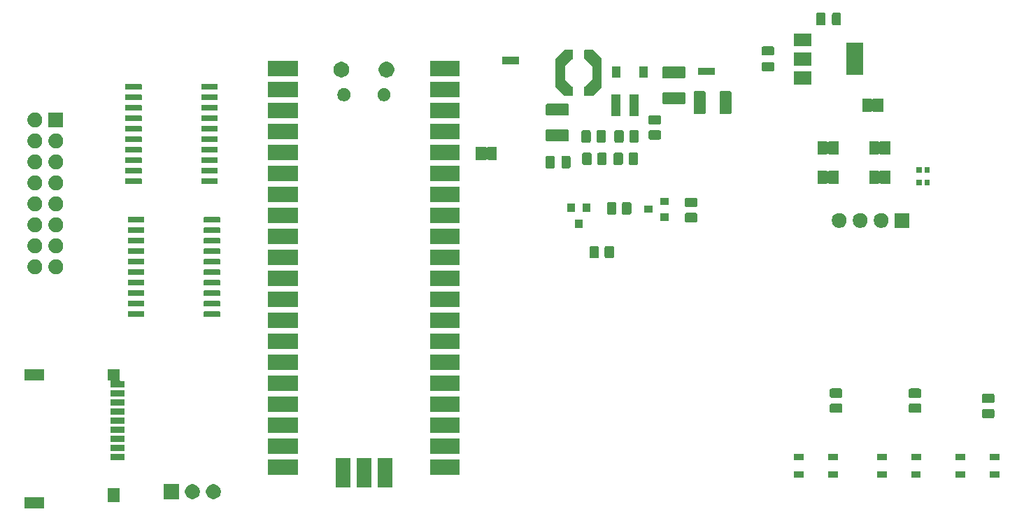
<source format=gbr>
G04 #@! TF.GenerationSoftware,KiCad,Pcbnew,5.1.5+dfsg1-2build2*
G04 #@! TF.CreationDate,2022-11-08T08:06:46+00:00*
G04 #@! TF.ProjectId,datapack-tool1,64617461-7061-4636-9b2d-746f6f6c312e,rev?*
G04 #@! TF.SameCoordinates,Original*
G04 #@! TF.FileFunction,Soldermask,Top*
G04 #@! TF.FilePolarity,Negative*
%FSLAX46Y46*%
G04 Gerber Fmt 4.6, Leading zero omitted, Abs format (unit mm)*
G04 Created by KiCad (PCBNEW 5.1.5+dfsg1-2build2) date 2022-11-08 08:06:46*
%MOMM*%
%LPD*%
G04 APERTURE LIST*
%ADD10C,0.100000*%
G04 APERTURE END LIST*
D10*
G36*
X86351000Y-162601000D02*
G01*
X84049000Y-162601000D01*
X84049000Y-161299000D01*
X86351000Y-161299000D01*
X86351000Y-162601000D01*
G37*
G36*
X95551000Y-161901000D02*
G01*
X94049000Y-161901000D01*
X94049000Y-160199000D01*
X95551000Y-160199000D01*
X95551000Y-161901000D01*
G37*
G36*
X104453512Y-159703927D02*
G01*
X104602812Y-159733624D01*
X104766784Y-159801544D01*
X104914354Y-159900147D01*
X105039853Y-160025646D01*
X105138456Y-160173216D01*
X105206376Y-160337188D01*
X105241000Y-160511259D01*
X105241000Y-160688741D01*
X105206376Y-160862812D01*
X105138456Y-161026784D01*
X105039853Y-161174354D01*
X104914354Y-161299853D01*
X104766784Y-161398456D01*
X104602812Y-161466376D01*
X104453512Y-161496073D01*
X104428742Y-161501000D01*
X104251258Y-161501000D01*
X104226488Y-161496073D01*
X104077188Y-161466376D01*
X103913216Y-161398456D01*
X103765646Y-161299853D01*
X103640147Y-161174354D01*
X103541544Y-161026784D01*
X103473624Y-160862812D01*
X103439000Y-160688741D01*
X103439000Y-160511259D01*
X103473624Y-160337188D01*
X103541544Y-160173216D01*
X103640147Y-160025646D01*
X103765646Y-159900147D01*
X103913216Y-159801544D01*
X104077188Y-159733624D01*
X104226488Y-159703927D01*
X104251258Y-159699000D01*
X104428742Y-159699000D01*
X104453512Y-159703927D01*
G37*
G36*
X102701000Y-161501000D02*
G01*
X100899000Y-161501000D01*
X100899000Y-159699000D01*
X102701000Y-159699000D01*
X102701000Y-161501000D01*
G37*
G36*
X106993512Y-159703927D02*
G01*
X107142812Y-159733624D01*
X107306784Y-159801544D01*
X107454354Y-159900147D01*
X107579853Y-160025646D01*
X107678456Y-160173216D01*
X107746376Y-160337188D01*
X107781000Y-160511259D01*
X107781000Y-160688741D01*
X107746376Y-160862812D01*
X107678456Y-161026784D01*
X107579853Y-161174354D01*
X107454354Y-161299853D01*
X107306784Y-161398456D01*
X107142812Y-161466376D01*
X106993512Y-161496073D01*
X106968742Y-161501000D01*
X106791258Y-161501000D01*
X106766488Y-161496073D01*
X106617188Y-161466376D01*
X106453216Y-161398456D01*
X106305646Y-161299853D01*
X106180147Y-161174354D01*
X106081544Y-161026784D01*
X106013624Y-160862812D01*
X105979000Y-160688741D01*
X105979000Y-160511259D01*
X106013624Y-160337188D01*
X106081544Y-160173216D01*
X106180147Y-160025646D01*
X106305646Y-159900147D01*
X106453216Y-159801544D01*
X106617188Y-159733624D01*
X106766488Y-159703927D01*
X106791258Y-159699000D01*
X106968742Y-159699000D01*
X106993512Y-159703927D01*
G37*
G36*
X123461000Y-160101000D02*
G01*
X121659000Y-160101000D01*
X121659000Y-156499000D01*
X123461000Y-156499000D01*
X123461000Y-160101000D01*
G37*
G36*
X128541000Y-160101000D02*
G01*
X126739000Y-160101000D01*
X126739000Y-156499000D01*
X128541000Y-156499000D01*
X128541000Y-160101000D01*
G37*
G36*
X126001000Y-160101000D02*
G01*
X124199000Y-160101000D01*
X124199000Y-156499000D01*
X126001000Y-156499000D01*
X126001000Y-160101000D01*
G37*
G36*
X202016000Y-158931000D02*
G01*
X200864000Y-158931000D01*
X200864000Y-158179000D01*
X202016000Y-158179000D01*
X202016000Y-158931000D01*
G37*
G36*
X197891000Y-158931000D02*
G01*
X196739000Y-158931000D01*
X196739000Y-158179000D01*
X197891000Y-158179000D01*
X197891000Y-158931000D01*
G37*
G36*
X192491000Y-158931000D02*
G01*
X191339000Y-158931000D01*
X191339000Y-158179000D01*
X192491000Y-158179000D01*
X192491000Y-158931000D01*
G37*
G36*
X188366000Y-158931000D02*
G01*
X187214000Y-158931000D01*
X187214000Y-158179000D01*
X188366000Y-158179000D01*
X188366000Y-158931000D01*
G37*
G36*
X182458000Y-158931000D02*
G01*
X181306000Y-158931000D01*
X181306000Y-158179000D01*
X182458000Y-158179000D01*
X182458000Y-158931000D01*
G37*
G36*
X178333000Y-158931000D02*
G01*
X177181000Y-158931000D01*
X177181000Y-158179000D01*
X178333000Y-158179000D01*
X178333000Y-158931000D01*
G37*
G36*
X136691000Y-158531000D02*
G01*
X133089000Y-158531000D01*
X133089000Y-156729000D01*
X136691000Y-156729000D01*
X136691000Y-158531000D01*
G37*
G36*
X117111000Y-158531000D02*
G01*
X113509000Y-158531000D01*
X113509000Y-156729000D01*
X117111000Y-156729000D01*
X117111000Y-158531000D01*
G37*
G36*
X96151000Y-156801000D02*
G01*
X94449000Y-156801000D01*
X94449000Y-155999000D01*
X96151000Y-155999000D01*
X96151000Y-156801000D01*
G37*
G36*
X202041000Y-156781000D02*
G01*
X200889000Y-156781000D01*
X200889000Y-156029000D01*
X202041000Y-156029000D01*
X202041000Y-156781000D01*
G37*
G36*
X178333000Y-156781000D02*
G01*
X177181000Y-156781000D01*
X177181000Y-156029000D01*
X178333000Y-156029000D01*
X178333000Y-156781000D01*
G37*
G36*
X188366000Y-156781000D02*
G01*
X187214000Y-156781000D01*
X187214000Y-156029000D01*
X188366000Y-156029000D01*
X188366000Y-156781000D01*
G37*
G36*
X192516000Y-156781000D02*
G01*
X191364000Y-156781000D01*
X191364000Y-156029000D01*
X192516000Y-156029000D01*
X192516000Y-156781000D01*
G37*
G36*
X197891000Y-156781000D02*
G01*
X196739000Y-156781000D01*
X196739000Y-156029000D01*
X197891000Y-156029000D01*
X197891000Y-156781000D01*
G37*
G36*
X182483000Y-156781000D02*
G01*
X181331000Y-156781000D01*
X181331000Y-156029000D01*
X182483000Y-156029000D01*
X182483000Y-156781000D01*
G37*
G36*
X117111000Y-155991000D02*
G01*
X113509000Y-155991000D01*
X113509000Y-154189000D01*
X117111000Y-154189000D01*
X117111000Y-155991000D01*
G37*
G36*
X136691000Y-155991000D02*
G01*
X133089000Y-155991000D01*
X133089000Y-154189000D01*
X136691000Y-154189000D01*
X136691000Y-155991000D01*
G37*
G36*
X96151000Y-155701000D02*
G01*
X94449000Y-155701000D01*
X94449000Y-154899000D01*
X96151000Y-154899000D01*
X96151000Y-155701000D01*
G37*
G36*
X96151000Y-154601000D02*
G01*
X94449000Y-154601000D01*
X94449000Y-153799000D01*
X96151000Y-153799000D01*
X96151000Y-154601000D01*
G37*
G36*
X96151000Y-153501000D02*
G01*
X94449000Y-153501000D01*
X94449000Y-152699000D01*
X96151000Y-152699000D01*
X96151000Y-153501000D01*
G37*
G36*
X117111000Y-153451000D02*
G01*
X113509000Y-153451000D01*
X113509000Y-151649000D01*
X117111000Y-151649000D01*
X117111000Y-153451000D01*
G37*
G36*
X136691000Y-153451000D02*
G01*
X133089000Y-153451000D01*
X133089000Y-151649000D01*
X136691000Y-151649000D01*
X136691000Y-153451000D01*
G37*
G36*
X96151000Y-152401000D02*
G01*
X94449000Y-152401000D01*
X94449000Y-151599000D01*
X96151000Y-151599000D01*
X96151000Y-152401000D01*
G37*
G36*
X201241162Y-150571144D02*
G01*
X201280608Y-150583110D01*
X201316953Y-150602537D01*
X201348815Y-150628685D01*
X201374963Y-150660547D01*
X201394390Y-150696892D01*
X201406356Y-150736338D01*
X201411000Y-150783493D01*
X201411000Y-151476507D01*
X201406356Y-151523662D01*
X201394390Y-151563108D01*
X201374963Y-151599453D01*
X201348815Y-151631315D01*
X201316953Y-151657463D01*
X201280608Y-151676890D01*
X201241162Y-151688856D01*
X201194007Y-151693500D01*
X200125993Y-151693500D01*
X200078838Y-151688856D01*
X200039392Y-151676890D01*
X200003047Y-151657463D01*
X199971185Y-151631315D01*
X199945037Y-151599453D01*
X199925610Y-151563108D01*
X199913644Y-151523662D01*
X199909000Y-151476507D01*
X199909000Y-150783493D01*
X199913644Y-150736338D01*
X199925610Y-150696892D01*
X199945037Y-150660547D01*
X199971185Y-150628685D01*
X200003047Y-150602537D01*
X200039392Y-150583110D01*
X200078838Y-150571144D01*
X200125993Y-150566500D01*
X201194007Y-150566500D01*
X201241162Y-150571144D01*
G37*
G36*
X96151000Y-151301000D02*
G01*
X94449000Y-151301000D01*
X94449000Y-150499000D01*
X96151000Y-150499000D01*
X96151000Y-151301000D01*
G37*
G36*
X192381162Y-149936144D02*
G01*
X192420608Y-149948110D01*
X192456953Y-149967537D01*
X192488815Y-149993685D01*
X192514963Y-150025547D01*
X192534390Y-150061892D01*
X192546356Y-150101338D01*
X192551000Y-150148493D01*
X192551000Y-150841507D01*
X192546356Y-150888662D01*
X192534390Y-150928108D01*
X192514963Y-150964453D01*
X192488815Y-150996315D01*
X192456953Y-151022463D01*
X192420608Y-151041890D01*
X192381162Y-151053856D01*
X192334007Y-151058500D01*
X191265993Y-151058500D01*
X191218838Y-151053856D01*
X191179392Y-151041890D01*
X191143047Y-151022463D01*
X191111185Y-150996315D01*
X191085037Y-150964453D01*
X191065610Y-150928108D01*
X191053644Y-150888662D01*
X191049000Y-150841507D01*
X191049000Y-150148493D01*
X191053644Y-150101338D01*
X191065610Y-150061892D01*
X191085037Y-150025547D01*
X191111185Y-149993685D01*
X191143047Y-149967537D01*
X191179392Y-149948110D01*
X191218838Y-149936144D01*
X191265993Y-149931500D01*
X192334007Y-149931500D01*
X192381162Y-149936144D01*
G37*
G36*
X182826162Y-149936144D02*
G01*
X182865608Y-149948110D01*
X182901953Y-149967537D01*
X182933815Y-149993685D01*
X182959963Y-150025547D01*
X182979390Y-150061892D01*
X182991356Y-150101338D01*
X182996000Y-150148493D01*
X182996000Y-150841507D01*
X182991356Y-150888662D01*
X182979390Y-150928108D01*
X182959963Y-150964453D01*
X182933815Y-150996315D01*
X182901953Y-151022463D01*
X182865608Y-151041890D01*
X182826162Y-151053856D01*
X182779007Y-151058500D01*
X181710993Y-151058500D01*
X181663838Y-151053856D01*
X181624392Y-151041890D01*
X181588047Y-151022463D01*
X181556185Y-150996315D01*
X181530037Y-150964453D01*
X181510610Y-150928108D01*
X181498644Y-150888662D01*
X181494000Y-150841507D01*
X181494000Y-150148493D01*
X181498644Y-150101338D01*
X181510610Y-150061892D01*
X181530037Y-150025547D01*
X181556185Y-149993685D01*
X181588047Y-149967537D01*
X181624392Y-149948110D01*
X181663838Y-149936144D01*
X181710993Y-149931500D01*
X182779007Y-149931500D01*
X182826162Y-149936144D01*
G37*
G36*
X136691000Y-150911000D02*
G01*
X133089000Y-150911000D01*
X133089000Y-149109000D01*
X136691000Y-149109000D01*
X136691000Y-150911000D01*
G37*
G36*
X117111000Y-150911000D02*
G01*
X113509000Y-150911000D01*
X113509000Y-149109000D01*
X117111000Y-149109000D01*
X117111000Y-150911000D01*
G37*
G36*
X96151000Y-150201000D02*
G01*
X94449000Y-150201000D01*
X94449000Y-149399000D01*
X96151000Y-149399000D01*
X96151000Y-150201000D01*
G37*
G36*
X201241162Y-148746144D02*
G01*
X201280608Y-148758110D01*
X201316953Y-148777537D01*
X201348815Y-148803685D01*
X201374963Y-148835547D01*
X201394390Y-148871892D01*
X201406356Y-148911338D01*
X201411000Y-148958493D01*
X201411000Y-149651507D01*
X201406356Y-149698662D01*
X201394390Y-149738108D01*
X201374963Y-149774453D01*
X201348815Y-149806315D01*
X201316953Y-149832463D01*
X201280608Y-149851890D01*
X201241162Y-149863856D01*
X201194007Y-149868500D01*
X200125993Y-149868500D01*
X200078838Y-149863856D01*
X200039392Y-149851890D01*
X200003047Y-149832463D01*
X199971185Y-149806315D01*
X199945037Y-149774453D01*
X199925610Y-149738108D01*
X199913644Y-149698662D01*
X199909000Y-149651507D01*
X199909000Y-148958493D01*
X199913644Y-148911338D01*
X199925610Y-148871892D01*
X199945037Y-148835547D01*
X199971185Y-148803685D01*
X200003047Y-148777537D01*
X200039392Y-148758110D01*
X200078838Y-148746144D01*
X200125993Y-148741500D01*
X201194007Y-148741500D01*
X201241162Y-148746144D01*
G37*
G36*
X182826162Y-148111144D02*
G01*
X182865608Y-148123110D01*
X182901953Y-148142537D01*
X182933815Y-148168685D01*
X182959963Y-148200547D01*
X182979390Y-148236892D01*
X182991356Y-148276338D01*
X182996000Y-148323493D01*
X182996000Y-149016507D01*
X182991356Y-149063662D01*
X182979390Y-149103108D01*
X182959963Y-149139453D01*
X182933815Y-149171315D01*
X182901953Y-149197463D01*
X182865608Y-149216890D01*
X182826162Y-149228856D01*
X182779007Y-149233500D01*
X181710993Y-149233500D01*
X181663838Y-149228856D01*
X181624392Y-149216890D01*
X181588047Y-149197463D01*
X181556185Y-149171315D01*
X181530037Y-149139453D01*
X181510610Y-149103108D01*
X181498644Y-149063662D01*
X181494000Y-149016507D01*
X181494000Y-148323493D01*
X181498644Y-148276338D01*
X181510610Y-148236892D01*
X181530037Y-148200547D01*
X181556185Y-148168685D01*
X181588047Y-148142537D01*
X181624392Y-148123110D01*
X181663838Y-148111144D01*
X181710993Y-148106500D01*
X182779007Y-148106500D01*
X182826162Y-148111144D01*
G37*
G36*
X192381162Y-148111144D02*
G01*
X192420608Y-148123110D01*
X192456953Y-148142537D01*
X192488815Y-148168685D01*
X192514963Y-148200547D01*
X192534390Y-148236892D01*
X192546356Y-148276338D01*
X192551000Y-148323493D01*
X192551000Y-149016507D01*
X192546356Y-149063662D01*
X192534390Y-149103108D01*
X192514963Y-149139453D01*
X192488815Y-149171315D01*
X192456953Y-149197463D01*
X192420608Y-149216890D01*
X192381162Y-149228856D01*
X192334007Y-149233500D01*
X191265993Y-149233500D01*
X191218838Y-149228856D01*
X191179392Y-149216890D01*
X191143047Y-149197463D01*
X191111185Y-149171315D01*
X191085037Y-149139453D01*
X191065610Y-149103108D01*
X191053644Y-149063662D01*
X191049000Y-149016507D01*
X191049000Y-148323493D01*
X191053644Y-148276338D01*
X191065610Y-148236892D01*
X191085037Y-148200547D01*
X191111185Y-148168685D01*
X191143047Y-148142537D01*
X191179392Y-148123110D01*
X191218838Y-148111144D01*
X191265993Y-148106500D01*
X192334007Y-148106500D01*
X192381162Y-148111144D01*
G37*
G36*
X96151000Y-149101000D02*
G01*
X94449000Y-149101000D01*
X94449000Y-148299000D01*
X96151000Y-148299000D01*
X96151000Y-149101000D01*
G37*
G36*
X117111000Y-148371000D02*
G01*
X113509000Y-148371000D01*
X113509000Y-146569000D01*
X117111000Y-146569000D01*
X117111000Y-148371000D01*
G37*
G36*
X136691000Y-148371000D02*
G01*
X133089000Y-148371000D01*
X133089000Y-146569000D01*
X136691000Y-146569000D01*
X136691000Y-148371000D01*
G37*
G36*
X95551000Y-147074001D02*
G01*
X95553402Y-147098387D01*
X95560515Y-147121836D01*
X95572066Y-147143447D01*
X95587611Y-147162389D01*
X95606553Y-147177934D01*
X95628164Y-147189485D01*
X95651613Y-147196598D01*
X95675999Y-147199000D01*
X96151000Y-147199000D01*
X96151000Y-148001000D01*
X94449000Y-148001000D01*
X94449000Y-147225999D01*
X94446598Y-147201613D01*
X94439485Y-147178164D01*
X94427934Y-147156553D01*
X94412389Y-147137611D01*
X94393447Y-147122066D01*
X94371836Y-147110515D01*
X94348387Y-147103402D01*
X94324001Y-147101000D01*
X94049000Y-147101000D01*
X94049000Y-145799000D01*
X95551000Y-145799000D01*
X95551000Y-147074001D01*
G37*
G36*
X86351000Y-147101000D02*
G01*
X84049000Y-147101000D01*
X84049000Y-145799000D01*
X86351000Y-145799000D01*
X86351000Y-147101000D01*
G37*
G36*
X117111000Y-145831000D02*
G01*
X113509000Y-145831000D01*
X113509000Y-144029000D01*
X117111000Y-144029000D01*
X117111000Y-145831000D01*
G37*
G36*
X136691000Y-145831000D02*
G01*
X133089000Y-145831000D01*
X133089000Y-144029000D01*
X136691000Y-144029000D01*
X136691000Y-145831000D01*
G37*
G36*
X136691000Y-143291000D02*
G01*
X133089000Y-143291000D01*
X133089000Y-141489000D01*
X136691000Y-141489000D01*
X136691000Y-143291000D01*
G37*
G36*
X117111000Y-143291000D02*
G01*
X113509000Y-143291000D01*
X113509000Y-141489000D01*
X117111000Y-141489000D01*
X117111000Y-143291000D01*
G37*
G36*
X136691000Y-140751000D02*
G01*
X133089000Y-140751000D01*
X133089000Y-138949000D01*
X136691000Y-138949000D01*
X136691000Y-140751000D01*
G37*
G36*
X117111000Y-140751000D02*
G01*
X113509000Y-140751000D01*
X113509000Y-138949000D01*
X117111000Y-138949000D01*
X117111000Y-140751000D01*
G37*
G36*
X107609928Y-138766764D02*
G01*
X107631009Y-138773160D01*
X107650445Y-138783548D01*
X107667476Y-138797524D01*
X107681452Y-138814555D01*
X107691840Y-138833991D01*
X107698236Y-138855072D01*
X107701000Y-138883140D01*
X107701000Y-139346860D01*
X107698236Y-139374928D01*
X107691840Y-139396009D01*
X107681452Y-139415445D01*
X107667476Y-139432476D01*
X107650445Y-139446452D01*
X107631009Y-139456840D01*
X107609928Y-139463236D01*
X107581860Y-139466000D01*
X105818140Y-139466000D01*
X105790072Y-139463236D01*
X105768991Y-139456840D01*
X105749555Y-139446452D01*
X105732524Y-139432476D01*
X105718548Y-139415445D01*
X105708160Y-139396009D01*
X105701764Y-139374928D01*
X105699000Y-139346860D01*
X105699000Y-138883140D01*
X105701764Y-138855072D01*
X105708160Y-138833991D01*
X105718548Y-138814555D01*
X105732524Y-138797524D01*
X105749555Y-138783548D01*
X105768991Y-138773160D01*
X105790072Y-138766764D01*
X105818140Y-138764000D01*
X107581860Y-138764000D01*
X107609928Y-138766764D01*
G37*
G36*
X98409928Y-138766764D02*
G01*
X98431009Y-138773160D01*
X98450445Y-138783548D01*
X98467476Y-138797524D01*
X98481452Y-138814555D01*
X98491840Y-138833991D01*
X98498236Y-138855072D01*
X98501000Y-138883140D01*
X98501000Y-139346860D01*
X98498236Y-139374928D01*
X98491840Y-139396009D01*
X98481452Y-139415445D01*
X98467476Y-139432476D01*
X98450445Y-139446452D01*
X98431009Y-139456840D01*
X98409928Y-139463236D01*
X98381860Y-139466000D01*
X96618140Y-139466000D01*
X96590072Y-139463236D01*
X96568991Y-139456840D01*
X96549555Y-139446452D01*
X96532524Y-139432476D01*
X96518548Y-139415445D01*
X96508160Y-139396009D01*
X96501764Y-139374928D01*
X96499000Y-139346860D01*
X96499000Y-138883140D01*
X96501764Y-138855072D01*
X96508160Y-138833991D01*
X96518548Y-138814555D01*
X96532524Y-138797524D01*
X96549555Y-138783548D01*
X96568991Y-138773160D01*
X96590072Y-138766764D01*
X96618140Y-138764000D01*
X98381860Y-138764000D01*
X98409928Y-138766764D01*
G37*
G36*
X136691000Y-138211000D02*
G01*
X133089000Y-138211000D01*
X133089000Y-136409000D01*
X136691000Y-136409000D01*
X136691000Y-138211000D01*
G37*
G36*
X117111000Y-138211000D02*
G01*
X113509000Y-138211000D01*
X113509000Y-136409000D01*
X117111000Y-136409000D01*
X117111000Y-138211000D01*
G37*
G36*
X98409928Y-137496764D02*
G01*
X98431009Y-137503160D01*
X98450445Y-137513548D01*
X98467476Y-137527524D01*
X98481452Y-137544555D01*
X98491840Y-137563991D01*
X98498236Y-137585072D01*
X98501000Y-137613140D01*
X98501000Y-138076860D01*
X98498236Y-138104928D01*
X98491840Y-138126009D01*
X98481452Y-138145445D01*
X98467476Y-138162476D01*
X98450445Y-138176452D01*
X98431009Y-138186840D01*
X98409928Y-138193236D01*
X98381860Y-138196000D01*
X96618140Y-138196000D01*
X96590072Y-138193236D01*
X96568991Y-138186840D01*
X96549555Y-138176452D01*
X96532524Y-138162476D01*
X96518548Y-138145445D01*
X96508160Y-138126009D01*
X96501764Y-138104928D01*
X96499000Y-138076860D01*
X96499000Y-137613140D01*
X96501764Y-137585072D01*
X96508160Y-137563991D01*
X96518548Y-137544555D01*
X96532524Y-137527524D01*
X96549555Y-137513548D01*
X96568991Y-137503160D01*
X96590072Y-137496764D01*
X96618140Y-137494000D01*
X98381860Y-137494000D01*
X98409928Y-137496764D01*
G37*
G36*
X107609928Y-137496764D02*
G01*
X107631009Y-137503160D01*
X107650445Y-137513548D01*
X107667476Y-137527524D01*
X107681452Y-137544555D01*
X107691840Y-137563991D01*
X107698236Y-137585072D01*
X107701000Y-137613140D01*
X107701000Y-138076860D01*
X107698236Y-138104928D01*
X107691840Y-138126009D01*
X107681452Y-138145445D01*
X107667476Y-138162476D01*
X107650445Y-138176452D01*
X107631009Y-138186840D01*
X107609928Y-138193236D01*
X107581860Y-138196000D01*
X105818140Y-138196000D01*
X105790072Y-138193236D01*
X105768991Y-138186840D01*
X105749555Y-138176452D01*
X105732524Y-138162476D01*
X105718548Y-138145445D01*
X105708160Y-138126009D01*
X105701764Y-138104928D01*
X105699000Y-138076860D01*
X105699000Y-137613140D01*
X105701764Y-137585072D01*
X105708160Y-137563991D01*
X105718548Y-137544555D01*
X105732524Y-137527524D01*
X105749555Y-137513548D01*
X105768991Y-137503160D01*
X105790072Y-137496764D01*
X105818140Y-137494000D01*
X107581860Y-137494000D01*
X107609928Y-137496764D01*
G37*
G36*
X98409928Y-136226764D02*
G01*
X98431009Y-136233160D01*
X98450445Y-136243548D01*
X98467476Y-136257524D01*
X98481452Y-136274555D01*
X98491840Y-136293991D01*
X98498236Y-136315072D01*
X98501000Y-136343140D01*
X98501000Y-136806860D01*
X98498236Y-136834928D01*
X98491840Y-136856009D01*
X98481452Y-136875445D01*
X98467476Y-136892476D01*
X98450445Y-136906452D01*
X98431009Y-136916840D01*
X98409928Y-136923236D01*
X98381860Y-136926000D01*
X96618140Y-136926000D01*
X96590072Y-136923236D01*
X96568991Y-136916840D01*
X96549555Y-136906452D01*
X96532524Y-136892476D01*
X96518548Y-136875445D01*
X96508160Y-136856009D01*
X96501764Y-136834928D01*
X96499000Y-136806860D01*
X96499000Y-136343140D01*
X96501764Y-136315072D01*
X96508160Y-136293991D01*
X96518548Y-136274555D01*
X96532524Y-136257524D01*
X96549555Y-136243548D01*
X96568991Y-136233160D01*
X96590072Y-136226764D01*
X96618140Y-136224000D01*
X98381860Y-136224000D01*
X98409928Y-136226764D01*
G37*
G36*
X107609928Y-136226764D02*
G01*
X107631009Y-136233160D01*
X107650445Y-136243548D01*
X107667476Y-136257524D01*
X107681452Y-136274555D01*
X107691840Y-136293991D01*
X107698236Y-136315072D01*
X107701000Y-136343140D01*
X107701000Y-136806860D01*
X107698236Y-136834928D01*
X107691840Y-136856009D01*
X107681452Y-136875445D01*
X107667476Y-136892476D01*
X107650445Y-136906452D01*
X107631009Y-136916840D01*
X107609928Y-136923236D01*
X107581860Y-136926000D01*
X105818140Y-136926000D01*
X105790072Y-136923236D01*
X105768991Y-136916840D01*
X105749555Y-136906452D01*
X105732524Y-136892476D01*
X105718548Y-136875445D01*
X105708160Y-136856009D01*
X105701764Y-136834928D01*
X105699000Y-136806860D01*
X105699000Y-136343140D01*
X105701764Y-136315072D01*
X105708160Y-136293991D01*
X105718548Y-136274555D01*
X105732524Y-136257524D01*
X105749555Y-136243548D01*
X105768991Y-136233160D01*
X105790072Y-136226764D01*
X105818140Y-136224000D01*
X107581860Y-136224000D01*
X107609928Y-136226764D01*
G37*
G36*
X136691000Y-135671000D02*
G01*
X133089000Y-135671000D01*
X133089000Y-133869000D01*
X136691000Y-133869000D01*
X136691000Y-135671000D01*
G37*
G36*
X117111000Y-135671000D02*
G01*
X113509000Y-135671000D01*
X113509000Y-133869000D01*
X117111000Y-133869000D01*
X117111000Y-135671000D01*
G37*
G36*
X98409928Y-134956764D02*
G01*
X98431009Y-134963160D01*
X98450445Y-134973548D01*
X98467476Y-134987524D01*
X98481452Y-135004555D01*
X98491840Y-135023991D01*
X98498236Y-135045072D01*
X98501000Y-135073140D01*
X98501000Y-135536860D01*
X98498236Y-135564928D01*
X98491840Y-135586009D01*
X98481452Y-135605445D01*
X98467476Y-135622476D01*
X98450445Y-135636452D01*
X98431009Y-135646840D01*
X98409928Y-135653236D01*
X98381860Y-135656000D01*
X96618140Y-135656000D01*
X96590072Y-135653236D01*
X96568991Y-135646840D01*
X96549555Y-135636452D01*
X96532524Y-135622476D01*
X96518548Y-135605445D01*
X96508160Y-135586009D01*
X96501764Y-135564928D01*
X96499000Y-135536860D01*
X96499000Y-135073140D01*
X96501764Y-135045072D01*
X96508160Y-135023991D01*
X96518548Y-135004555D01*
X96532524Y-134987524D01*
X96549555Y-134973548D01*
X96568991Y-134963160D01*
X96590072Y-134956764D01*
X96618140Y-134954000D01*
X98381860Y-134954000D01*
X98409928Y-134956764D01*
G37*
G36*
X107609928Y-134956764D02*
G01*
X107631009Y-134963160D01*
X107650445Y-134973548D01*
X107667476Y-134987524D01*
X107681452Y-135004555D01*
X107691840Y-135023991D01*
X107698236Y-135045072D01*
X107701000Y-135073140D01*
X107701000Y-135536860D01*
X107698236Y-135564928D01*
X107691840Y-135586009D01*
X107681452Y-135605445D01*
X107667476Y-135622476D01*
X107650445Y-135636452D01*
X107631009Y-135646840D01*
X107609928Y-135653236D01*
X107581860Y-135656000D01*
X105818140Y-135656000D01*
X105790072Y-135653236D01*
X105768991Y-135646840D01*
X105749555Y-135636452D01*
X105732524Y-135622476D01*
X105718548Y-135605445D01*
X105708160Y-135586009D01*
X105701764Y-135564928D01*
X105699000Y-135536860D01*
X105699000Y-135073140D01*
X105701764Y-135045072D01*
X105708160Y-135023991D01*
X105718548Y-135004555D01*
X105732524Y-134987524D01*
X105749555Y-134973548D01*
X105768991Y-134963160D01*
X105790072Y-134956764D01*
X105818140Y-134954000D01*
X107581860Y-134954000D01*
X107609928Y-134956764D01*
G37*
G36*
X107609928Y-133686764D02*
G01*
X107631009Y-133693160D01*
X107650445Y-133703548D01*
X107667476Y-133717524D01*
X107681452Y-133734555D01*
X107691840Y-133753991D01*
X107698236Y-133775072D01*
X107701000Y-133803140D01*
X107701000Y-134266860D01*
X107698236Y-134294928D01*
X107691840Y-134316009D01*
X107681452Y-134335445D01*
X107667476Y-134352476D01*
X107650445Y-134366452D01*
X107631009Y-134376840D01*
X107609928Y-134383236D01*
X107581860Y-134386000D01*
X105818140Y-134386000D01*
X105790072Y-134383236D01*
X105768991Y-134376840D01*
X105749555Y-134366452D01*
X105732524Y-134352476D01*
X105718548Y-134335445D01*
X105708160Y-134316009D01*
X105701764Y-134294928D01*
X105699000Y-134266860D01*
X105699000Y-133803140D01*
X105701764Y-133775072D01*
X105708160Y-133753991D01*
X105718548Y-133734555D01*
X105732524Y-133717524D01*
X105749555Y-133703548D01*
X105768991Y-133693160D01*
X105790072Y-133686764D01*
X105818140Y-133684000D01*
X107581860Y-133684000D01*
X107609928Y-133686764D01*
G37*
G36*
X98409928Y-133686764D02*
G01*
X98431009Y-133693160D01*
X98450445Y-133703548D01*
X98467476Y-133717524D01*
X98481452Y-133734555D01*
X98491840Y-133753991D01*
X98498236Y-133775072D01*
X98501000Y-133803140D01*
X98501000Y-134266860D01*
X98498236Y-134294928D01*
X98491840Y-134316009D01*
X98481452Y-134335445D01*
X98467476Y-134352476D01*
X98450445Y-134366452D01*
X98431009Y-134376840D01*
X98409928Y-134383236D01*
X98381860Y-134386000D01*
X96618140Y-134386000D01*
X96590072Y-134383236D01*
X96568991Y-134376840D01*
X96549555Y-134366452D01*
X96532524Y-134352476D01*
X96518548Y-134335445D01*
X96508160Y-134316009D01*
X96501764Y-134294928D01*
X96499000Y-134266860D01*
X96499000Y-133803140D01*
X96501764Y-133775072D01*
X96508160Y-133753991D01*
X96518548Y-133734555D01*
X96532524Y-133717524D01*
X96549555Y-133703548D01*
X96568991Y-133693160D01*
X96590072Y-133686764D01*
X96618140Y-133684000D01*
X98381860Y-133684000D01*
X98409928Y-133686764D01*
G37*
G36*
X87913512Y-132483927D02*
G01*
X88062812Y-132513624D01*
X88226784Y-132581544D01*
X88374354Y-132680147D01*
X88499853Y-132805646D01*
X88598456Y-132953216D01*
X88666376Y-133117188D01*
X88701000Y-133291259D01*
X88701000Y-133468741D01*
X88666376Y-133642812D01*
X88598456Y-133806784D01*
X88499853Y-133954354D01*
X88374354Y-134079853D01*
X88226784Y-134178456D01*
X88062812Y-134246376D01*
X87913512Y-134276073D01*
X87888742Y-134281000D01*
X87711258Y-134281000D01*
X87686488Y-134276073D01*
X87537188Y-134246376D01*
X87373216Y-134178456D01*
X87225646Y-134079853D01*
X87100147Y-133954354D01*
X87001544Y-133806784D01*
X86933624Y-133642812D01*
X86899000Y-133468741D01*
X86899000Y-133291259D01*
X86933624Y-133117188D01*
X87001544Y-132953216D01*
X87100147Y-132805646D01*
X87225646Y-132680147D01*
X87373216Y-132581544D01*
X87537188Y-132513624D01*
X87686488Y-132483927D01*
X87711258Y-132479000D01*
X87888742Y-132479000D01*
X87913512Y-132483927D01*
G37*
G36*
X85373512Y-132483927D02*
G01*
X85522812Y-132513624D01*
X85686784Y-132581544D01*
X85834354Y-132680147D01*
X85959853Y-132805646D01*
X86058456Y-132953216D01*
X86126376Y-133117188D01*
X86161000Y-133291259D01*
X86161000Y-133468741D01*
X86126376Y-133642812D01*
X86058456Y-133806784D01*
X85959853Y-133954354D01*
X85834354Y-134079853D01*
X85686784Y-134178456D01*
X85522812Y-134246376D01*
X85373512Y-134276073D01*
X85348742Y-134281000D01*
X85171258Y-134281000D01*
X85146488Y-134276073D01*
X84997188Y-134246376D01*
X84833216Y-134178456D01*
X84685646Y-134079853D01*
X84560147Y-133954354D01*
X84461544Y-133806784D01*
X84393624Y-133642812D01*
X84359000Y-133468741D01*
X84359000Y-133291259D01*
X84393624Y-133117188D01*
X84461544Y-132953216D01*
X84560147Y-132805646D01*
X84685646Y-132680147D01*
X84833216Y-132581544D01*
X84997188Y-132513624D01*
X85146488Y-132483927D01*
X85171258Y-132479000D01*
X85348742Y-132479000D01*
X85373512Y-132483927D01*
G37*
G36*
X117111000Y-133131000D02*
G01*
X113509000Y-133131000D01*
X113509000Y-131329000D01*
X117111000Y-131329000D01*
X117111000Y-133131000D01*
G37*
G36*
X136691000Y-133131000D02*
G01*
X133089000Y-133131000D01*
X133089000Y-131329000D01*
X136691000Y-131329000D01*
X136691000Y-133131000D01*
G37*
G36*
X107609928Y-132416764D02*
G01*
X107631009Y-132423160D01*
X107650445Y-132433548D01*
X107667476Y-132447524D01*
X107681452Y-132464555D01*
X107691840Y-132483991D01*
X107698236Y-132505072D01*
X107701000Y-132533140D01*
X107701000Y-132996860D01*
X107698236Y-133024928D01*
X107691840Y-133046009D01*
X107681452Y-133065445D01*
X107667476Y-133082476D01*
X107650445Y-133096452D01*
X107631009Y-133106840D01*
X107609928Y-133113236D01*
X107581860Y-133116000D01*
X105818140Y-133116000D01*
X105790072Y-133113236D01*
X105768991Y-133106840D01*
X105749555Y-133096452D01*
X105732524Y-133082476D01*
X105718548Y-133065445D01*
X105708160Y-133046009D01*
X105701764Y-133024928D01*
X105699000Y-132996860D01*
X105699000Y-132533140D01*
X105701764Y-132505072D01*
X105708160Y-132483991D01*
X105718548Y-132464555D01*
X105732524Y-132447524D01*
X105749555Y-132433548D01*
X105768991Y-132423160D01*
X105790072Y-132416764D01*
X105818140Y-132414000D01*
X107581860Y-132414000D01*
X107609928Y-132416764D01*
G37*
G36*
X98409928Y-132416764D02*
G01*
X98431009Y-132423160D01*
X98450445Y-132433548D01*
X98467476Y-132447524D01*
X98481452Y-132464555D01*
X98491840Y-132483991D01*
X98498236Y-132505072D01*
X98501000Y-132533140D01*
X98501000Y-132996860D01*
X98498236Y-133024928D01*
X98491840Y-133046009D01*
X98481452Y-133065445D01*
X98467476Y-133082476D01*
X98450445Y-133096452D01*
X98431009Y-133106840D01*
X98409928Y-133113236D01*
X98381860Y-133116000D01*
X96618140Y-133116000D01*
X96590072Y-133113236D01*
X96568991Y-133106840D01*
X96549555Y-133096452D01*
X96532524Y-133082476D01*
X96518548Y-133065445D01*
X96508160Y-133046009D01*
X96501764Y-133024928D01*
X96499000Y-132996860D01*
X96499000Y-132533140D01*
X96501764Y-132505072D01*
X96508160Y-132483991D01*
X96518548Y-132464555D01*
X96532524Y-132447524D01*
X96549555Y-132433548D01*
X96568991Y-132423160D01*
X96590072Y-132416764D01*
X96618140Y-132414000D01*
X98381860Y-132414000D01*
X98409928Y-132416764D01*
G37*
G36*
X155193662Y-130853644D02*
G01*
X155233108Y-130865610D01*
X155269453Y-130885037D01*
X155301315Y-130911185D01*
X155327463Y-130943047D01*
X155346890Y-130979392D01*
X155358856Y-131018838D01*
X155363500Y-131065993D01*
X155363500Y-132134007D01*
X155358856Y-132181162D01*
X155346890Y-132220608D01*
X155327463Y-132256953D01*
X155301315Y-132288815D01*
X155269453Y-132314963D01*
X155233108Y-132334390D01*
X155193662Y-132346356D01*
X155146507Y-132351000D01*
X154453493Y-132351000D01*
X154406338Y-132346356D01*
X154366892Y-132334390D01*
X154330547Y-132314963D01*
X154298685Y-132288815D01*
X154272537Y-132256953D01*
X154253110Y-132220608D01*
X154241144Y-132181162D01*
X154236500Y-132134007D01*
X154236500Y-131065993D01*
X154241144Y-131018838D01*
X154253110Y-130979392D01*
X154272537Y-130943047D01*
X154298685Y-130911185D01*
X154330547Y-130885037D01*
X154366892Y-130865610D01*
X154406338Y-130853644D01*
X154453493Y-130849000D01*
X155146507Y-130849000D01*
X155193662Y-130853644D01*
G37*
G36*
X153368662Y-130853644D02*
G01*
X153408108Y-130865610D01*
X153444453Y-130885037D01*
X153476315Y-130911185D01*
X153502463Y-130943047D01*
X153521890Y-130979392D01*
X153533856Y-131018838D01*
X153538500Y-131065993D01*
X153538500Y-132134007D01*
X153533856Y-132181162D01*
X153521890Y-132220608D01*
X153502463Y-132256953D01*
X153476315Y-132288815D01*
X153444453Y-132314963D01*
X153408108Y-132334390D01*
X153368662Y-132346356D01*
X153321507Y-132351000D01*
X152628493Y-132351000D01*
X152581338Y-132346356D01*
X152541892Y-132334390D01*
X152505547Y-132314963D01*
X152473685Y-132288815D01*
X152447537Y-132256953D01*
X152428110Y-132220608D01*
X152416144Y-132181162D01*
X152411500Y-132134007D01*
X152411500Y-131065993D01*
X152416144Y-131018838D01*
X152428110Y-130979392D01*
X152447537Y-130943047D01*
X152473685Y-130911185D01*
X152505547Y-130885037D01*
X152541892Y-130865610D01*
X152581338Y-130853644D01*
X152628493Y-130849000D01*
X153321507Y-130849000D01*
X153368662Y-130853644D01*
G37*
G36*
X107609928Y-131146764D02*
G01*
X107631009Y-131153160D01*
X107650445Y-131163548D01*
X107667476Y-131177524D01*
X107681452Y-131194555D01*
X107691840Y-131213991D01*
X107698236Y-131235072D01*
X107701000Y-131263140D01*
X107701000Y-131726860D01*
X107698236Y-131754928D01*
X107691840Y-131776009D01*
X107681452Y-131795445D01*
X107667476Y-131812476D01*
X107650445Y-131826452D01*
X107631009Y-131836840D01*
X107609928Y-131843236D01*
X107581860Y-131846000D01*
X105818140Y-131846000D01*
X105790072Y-131843236D01*
X105768991Y-131836840D01*
X105749555Y-131826452D01*
X105732524Y-131812476D01*
X105718548Y-131795445D01*
X105708160Y-131776009D01*
X105701764Y-131754928D01*
X105699000Y-131726860D01*
X105699000Y-131263140D01*
X105701764Y-131235072D01*
X105708160Y-131213991D01*
X105718548Y-131194555D01*
X105732524Y-131177524D01*
X105749555Y-131163548D01*
X105768991Y-131153160D01*
X105790072Y-131146764D01*
X105818140Y-131144000D01*
X107581860Y-131144000D01*
X107609928Y-131146764D01*
G37*
G36*
X98409928Y-131146764D02*
G01*
X98431009Y-131153160D01*
X98450445Y-131163548D01*
X98467476Y-131177524D01*
X98481452Y-131194555D01*
X98491840Y-131213991D01*
X98498236Y-131235072D01*
X98501000Y-131263140D01*
X98501000Y-131726860D01*
X98498236Y-131754928D01*
X98491840Y-131776009D01*
X98481452Y-131795445D01*
X98467476Y-131812476D01*
X98450445Y-131826452D01*
X98431009Y-131836840D01*
X98409928Y-131843236D01*
X98381860Y-131846000D01*
X96618140Y-131846000D01*
X96590072Y-131843236D01*
X96568991Y-131836840D01*
X96549555Y-131826452D01*
X96532524Y-131812476D01*
X96518548Y-131795445D01*
X96508160Y-131776009D01*
X96501764Y-131754928D01*
X96499000Y-131726860D01*
X96499000Y-131263140D01*
X96501764Y-131235072D01*
X96508160Y-131213991D01*
X96518548Y-131194555D01*
X96532524Y-131177524D01*
X96549555Y-131163548D01*
X96568991Y-131153160D01*
X96590072Y-131146764D01*
X96618140Y-131144000D01*
X98381860Y-131144000D01*
X98409928Y-131146764D01*
G37*
G36*
X87913512Y-129943927D02*
G01*
X88062812Y-129973624D01*
X88226784Y-130041544D01*
X88374354Y-130140147D01*
X88499853Y-130265646D01*
X88598456Y-130413216D01*
X88666376Y-130577188D01*
X88696073Y-130726488D01*
X88701000Y-130751258D01*
X88701000Y-130928742D01*
X88696073Y-130953512D01*
X88666376Y-131102812D01*
X88598456Y-131266784D01*
X88499853Y-131414354D01*
X88374354Y-131539853D01*
X88226784Y-131638456D01*
X88062812Y-131706376D01*
X87913512Y-131736073D01*
X87888742Y-131741000D01*
X87711258Y-131741000D01*
X87686488Y-131736073D01*
X87537188Y-131706376D01*
X87373216Y-131638456D01*
X87225646Y-131539853D01*
X87100147Y-131414354D01*
X87001544Y-131266784D01*
X86933624Y-131102812D01*
X86903927Y-130953512D01*
X86899000Y-130928742D01*
X86899000Y-130751258D01*
X86903927Y-130726488D01*
X86933624Y-130577188D01*
X87001544Y-130413216D01*
X87100147Y-130265646D01*
X87225646Y-130140147D01*
X87373216Y-130041544D01*
X87537188Y-129973624D01*
X87686488Y-129943927D01*
X87711258Y-129939000D01*
X87888742Y-129939000D01*
X87913512Y-129943927D01*
G37*
G36*
X85373512Y-129943927D02*
G01*
X85522812Y-129973624D01*
X85686784Y-130041544D01*
X85834354Y-130140147D01*
X85959853Y-130265646D01*
X86058456Y-130413216D01*
X86126376Y-130577188D01*
X86156073Y-130726488D01*
X86161000Y-130751258D01*
X86161000Y-130928742D01*
X86156073Y-130953512D01*
X86126376Y-131102812D01*
X86058456Y-131266784D01*
X85959853Y-131414354D01*
X85834354Y-131539853D01*
X85686784Y-131638456D01*
X85522812Y-131706376D01*
X85373512Y-131736073D01*
X85348742Y-131741000D01*
X85171258Y-131741000D01*
X85146488Y-131736073D01*
X84997188Y-131706376D01*
X84833216Y-131638456D01*
X84685646Y-131539853D01*
X84560147Y-131414354D01*
X84461544Y-131266784D01*
X84393624Y-131102812D01*
X84363927Y-130953512D01*
X84359000Y-130928742D01*
X84359000Y-130751258D01*
X84363927Y-130726488D01*
X84393624Y-130577188D01*
X84461544Y-130413216D01*
X84560147Y-130265646D01*
X84685646Y-130140147D01*
X84833216Y-130041544D01*
X84997188Y-129973624D01*
X85146488Y-129943927D01*
X85171258Y-129939000D01*
X85348742Y-129939000D01*
X85373512Y-129943927D01*
G37*
G36*
X136691000Y-130591000D02*
G01*
X133089000Y-130591000D01*
X133089000Y-128789000D01*
X136691000Y-128789000D01*
X136691000Y-130591000D01*
G37*
G36*
X117111000Y-130591000D02*
G01*
X113509000Y-130591000D01*
X113509000Y-128789000D01*
X117111000Y-128789000D01*
X117111000Y-130591000D01*
G37*
G36*
X107609928Y-129876764D02*
G01*
X107631009Y-129883160D01*
X107650445Y-129893548D01*
X107667476Y-129907524D01*
X107681452Y-129924555D01*
X107691840Y-129943991D01*
X107698236Y-129965072D01*
X107701000Y-129993140D01*
X107701000Y-130456860D01*
X107698236Y-130484928D01*
X107691840Y-130506009D01*
X107681452Y-130525445D01*
X107667476Y-130542476D01*
X107650445Y-130556452D01*
X107631009Y-130566840D01*
X107609928Y-130573236D01*
X107581860Y-130576000D01*
X105818140Y-130576000D01*
X105790072Y-130573236D01*
X105768991Y-130566840D01*
X105749555Y-130556452D01*
X105732524Y-130542476D01*
X105718548Y-130525445D01*
X105708160Y-130506009D01*
X105701764Y-130484928D01*
X105699000Y-130456860D01*
X105699000Y-129993140D01*
X105701764Y-129965072D01*
X105708160Y-129943991D01*
X105718548Y-129924555D01*
X105732524Y-129907524D01*
X105749555Y-129893548D01*
X105768991Y-129883160D01*
X105790072Y-129876764D01*
X105818140Y-129874000D01*
X107581860Y-129874000D01*
X107609928Y-129876764D01*
G37*
G36*
X98409928Y-129876764D02*
G01*
X98431009Y-129883160D01*
X98450445Y-129893548D01*
X98467476Y-129907524D01*
X98481452Y-129924555D01*
X98491840Y-129943991D01*
X98498236Y-129965072D01*
X98501000Y-129993140D01*
X98501000Y-130456860D01*
X98498236Y-130484928D01*
X98491840Y-130506009D01*
X98481452Y-130525445D01*
X98467476Y-130542476D01*
X98450445Y-130556452D01*
X98431009Y-130566840D01*
X98409928Y-130573236D01*
X98381860Y-130576000D01*
X96618140Y-130576000D01*
X96590072Y-130573236D01*
X96568991Y-130566840D01*
X96549555Y-130556452D01*
X96532524Y-130542476D01*
X96518548Y-130525445D01*
X96508160Y-130506009D01*
X96501764Y-130484928D01*
X96499000Y-130456860D01*
X96499000Y-129993140D01*
X96501764Y-129965072D01*
X96508160Y-129943991D01*
X96518548Y-129924555D01*
X96532524Y-129907524D01*
X96549555Y-129893548D01*
X96568991Y-129883160D01*
X96590072Y-129876764D01*
X96618140Y-129874000D01*
X98381860Y-129874000D01*
X98409928Y-129876764D01*
G37*
G36*
X98409928Y-128606764D02*
G01*
X98431009Y-128613160D01*
X98450445Y-128623548D01*
X98467476Y-128637524D01*
X98481452Y-128654555D01*
X98491840Y-128673991D01*
X98498236Y-128695072D01*
X98501000Y-128723140D01*
X98501000Y-129186860D01*
X98498236Y-129214928D01*
X98491840Y-129236009D01*
X98481452Y-129255445D01*
X98467476Y-129272476D01*
X98450445Y-129286452D01*
X98431009Y-129296840D01*
X98409928Y-129303236D01*
X98381860Y-129306000D01*
X96618140Y-129306000D01*
X96590072Y-129303236D01*
X96568991Y-129296840D01*
X96549555Y-129286452D01*
X96532524Y-129272476D01*
X96518548Y-129255445D01*
X96508160Y-129236009D01*
X96501764Y-129214928D01*
X96499000Y-129186860D01*
X96499000Y-128723140D01*
X96501764Y-128695072D01*
X96508160Y-128673991D01*
X96518548Y-128654555D01*
X96532524Y-128637524D01*
X96549555Y-128623548D01*
X96568991Y-128613160D01*
X96590072Y-128606764D01*
X96618140Y-128604000D01*
X98381860Y-128604000D01*
X98409928Y-128606764D01*
G37*
G36*
X107609928Y-128606764D02*
G01*
X107631009Y-128613160D01*
X107650445Y-128623548D01*
X107667476Y-128637524D01*
X107681452Y-128654555D01*
X107691840Y-128673991D01*
X107698236Y-128695072D01*
X107701000Y-128723140D01*
X107701000Y-129186860D01*
X107698236Y-129214928D01*
X107691840Y-129236009D01*
X107681452Y-129255445D01*
X107667476Y-129272476D01*
X107650445Y-129286452D01*
X107631009Y-129296840D01*
X107609928Y-129303236D01*
X107581860Y-129306000D01*
X105818140Y-129306000D01*
X105790072Y-129303236D01*
X105768991Y-129296840D01*
X105749555Y-129286452D01*
X105732524Y-129272476D01*
X105718548Y-129255445D01*
X105708160Y-129236009D01*
X105701764Y-129214928D01*
X105699000Y-129186860D01*
X105699000Y-128723140D01*
X105701764Y-128695072D01*
X105708160Y-128673991D01*
X105718548Y-128654555D01*
X105732524Y-128637524D01*
X105749555Y-128623548D01*
X105768991Y-128613160D01*
X105790072Y-128606764D01*
X105818140Y-128604000D01*
X107581860Y-128604000D01*
X107609928Y-128606764D01*
G37*
G36*
X87913512Y-127403927D02*
G01*
X88062812Y-127433624D01*
X88226784Y-127501544D01*
X88374354Y-127600147D01*
X88499853Y-127725646D01*
X88598456Y-127873216D01*
X88666376Y-128037188D01*
X88701000Y-128211259D01*
X88701000Y-128388741D01*
X88666376Y-128562812D01*
X88598456Y-128726784D01*
X88499853Y-128874354D01*
X88374354Y-128999853D01*
X88226784Y-129098456D01*
X88062812Y-129166376D01*
X87913512Y-129196073D01*
X87888742Y-129201000D01*
X87711258Y-129201000D01*
X87686488Y-129196073D01*
X87537188Y-129166376D01*
X87373216Y-129098456D01*
X87225646Y-128999853D01*
X87100147Y-128874354D01*
X87001544Y-128726784D01*
X86933624Y-128562812D01*
X86899000Y-128388741D01*
X86899000Y-128211259D01*
X86933624Y-128037188D01*
X87001544Y-127873216D01*
X87100147Y-127725646D01*
X87225646Y-127600147D01*
X87373216Y-127501544D01*
X87537188Y-127433624D01*
X87686488Y-127403927D01*
X87711258Y-127399000D01*
X87888742Y-127399000D01*
X87913512Y-127403927D01*
G37*
G36*
X85373512Y-127403927D02*
G01*
X85522812Y-127433624D01*
X85686784Y-127501544D01*
X85834354Y-127600147D01*
X85959853Y-127725646D01*
X86058456Y-127873216D01*
X86126376Y-128037188D01*
X86161000Y-128211259D01*
X86161000Y-128388741D01*
X86126376Y-128562812D01*
X86058456Y-128726784D01*
X85959853Y-128874354D01*
X85834354Y-128999853D01*
X85686784Y-129098456D01*
X85522812Y-129166376D01*
X85373512Y-129196073D01*
X85348742Y-129201000D01*
X85171258Y-129201000D01*
X85146488Y-129196073D01*
X84997188Y-129166376D01*
X84833216Y-129098456D01*
X84685646Y-128999853D01*
X84560147Y-128874354D01*
X84461544Y-128726784D01*
X84393624Y-128562812D01*
X84359000Y-128388741D01*
X84359000Y-128211259D01*
X84393624Y-128037188D01*
X84461544Y-127873216D01*
X84560147Y-127725646D01*
X84685646Y-127600147D01*
X84833216Y-127501544D01*
X84997188Y-127433624D01*
X85146488Y-127403927D01*
X85171258Y-127399000D01*
X85348742Y-127399000D01*
X85373512Y-127403927D01*
G37*
G36*
X151551000Y-128701000D02*
G01*
X150649000Y-128701000D01*
X150649000Y-127699000D01*
X151551000Y-127699000D01*
X151551000Y-128701000D01*
G37*
G36*
X182737918Y-126865610D02*
G01*
X182888812Y-126895624D01*
X183052784Y-126963544D01*
X183200354Y-127062147D01*
X183325853Y-127187646D01*
X183424456Y-127335216D01*
X183492376Y-127499188D01*
X183522073Y-127648488D01*
X183527000Y-127673258D01*
X183527000Y-127850742D01*
X183525059Y-127860500D01*
X183492376Y-128024812D01*
X183424456Y-128188784D01*
X183325853Y-128336354D01*
X183200354Y-128461853D01*
X183052784Y-128560456D01*
X182888812Y-128628376D01*
X182739512Y-128658073D01*
X182714742Y-128663000D01*
X182537258Y-128663000D01*
X182512488Y-128658073D01*
X182363188Y-128628376D01*
X182199216Y-128560456D01*
X182051646Y-128461853D01*
X181926147Y-128336354D01*
X181827544Y-128188784D01*
X181759624Y-128024812D01*
X181726941Y-127860500D01*
X181725000Y-127850742D01*
X181725000Y-127673258D01*
X181729927Y-127648488D01*
X181759624Y-127499188D01*
X181827544Y-127335216D01*
X181926147Y-127187646D01*
X182051646Y-127062147D01*
X182199216Y-126963544D01*
X182363188Y-126895624D01*
X182514082Y-126865610D01*
X182537258Y-126861000D01*
X182714742Y-126861000D01*
X182737918Y-126865610D01*
G37*
G36*
X185277918Y-126865610D02*
G01*
X185428812Y-126895624D01*
X185592784Y-126963544D01*
X185740354Y-127062147D01*
X185865853Y-127187646D01*
X185964456Y-127335216D01*
X186032376Y-127499188D01*
X186062073Y-127648488D01*
X186067000Y-127673258D01*
X186067000Y-127850742D01*
X186065059Y-127860500D01*
X186032376Y-128024812D01*
X185964456Y-128188784D01*
X185865853Y-128336354D01*
X185740354Y-128461853D01*
X185592784Y-128560456D01*
X185428812Y-128628376D01*
X185279512Y-128658073D01*
X185254742Y-128663000D01*
X185077258Y-128663000D01*
X185052488Y-128658073D01*
X184903188Y-128628376D01*
X184739216Y-128560456D01*
X184591646Y-128461853D01*
X184466147Y-128336354D01*
X184367544Y-128188784D01*
X184299624Y-128024812D01*
X184266941Y-127860500D01*
X184265000Y-127850742D01*
X184265000Y-127673258D01*
X184269927Y-127648488D01*
X184299624Y-127499188D01*
X184367544Y-127335216D01*
X184466147Y-127187646D01*
X184591646Y-127062147D01*
X184739216Y-126963544D01*
X184903188Y-126895624D01*
X185054082Y-126865610D01*
X185077258Y-126861000D01*
X185254742Y-126861000D01*
X185277918Y-126865610D01*
G37*
G36*
X187817918Y-126865610D02*
G01*
X187968812Y-126895624D01*
X188132784Y-126963544D01*
X188280354Y-127062147D01*
X188405853Y-127187646D01*
X188504456Y-127335216D01*
X188572376Y-127499188D01*
X188602073Y-127648488D01*
X188607000Y-127673258D01*
X188607000Y-127850742D01*
X188605059Y-127860500D01*
X188572376Y-128024812D01*
X188504456Y-128188784D01*
X188405853Y-128336354D01*
X188280354Y-128461853D01*
X188132784Y-128560456D01*
X187968812Y-128628376D01*
X187819512Y-128658073D01*
X187794742Y-128663000D01*
X187617258Y-128663000D01*
X187592488Y-128658073D01*
X187443188Y-128628376D01*
X187279216Y-128560456D01*
X187131646Y-128461853D01*
X187006147Y-128336354D01*
X186907544Y-128188784D01*
X186839624Y-128024812D01*
X186806941Y-127860500D01*
X186805000Y-127850742D01*
X186805000Y-127673258D01*
X186809927Y-127648488D01*
X186839624Y-127499188D01*
X186907544Y-127335216D01*
X187006147Y-127187646D01*
X187131646Y-127062147D01*
X187279216Y-126963544D01*
X187443188Y-126895624D01*
X187594082Y-126865610D01*
X187617258Y-126861000D01*
X187794742Y-126861000D01*
X187817918Y-126865610D01*
G37*
G36*
X191147000Y-128663000D02*
G01*
X189345000Y-128663000D01*
X189345000Y-126861000D01*
X191147000Y-126861000D01*
X191147000Y-128663000D01*
G37*
G36*
X136691000Y-128051000D02*
G01*
X133089000Y-128051000D01*
X133089000Y-126249000D01*
X136691000Y-126249000D01*
X136691000Y-128051000D01*
G37*
G36*
X117111000Y-128051000D02*
G01*
X113509000Y-128051000D01*
X113509000Y-126249000D01*
X117111000Y-126249000D01*
X117111000Y-128051000D01*
G37*
G36*
X107609928Y-127336764D02*
G01*
X107631009Y-127343160D01*
X107650445Y-127353548D01*
X107667476Y-127367524D01*
X107681452Y-127384555D01*
X107691840Y-127403991D01*
X107698236Y-127425072D01*
X107701000Y-127453140D01*
X107701000Y-127916860D01*
X107698236Y-127944928D01*
X107691840Y-127966009D01*
X107681452Y-127985445D01*
X107667476Y-128002476D01*
X107650445Y-128016452D01*
X107631009Y-128026840D01*
X107609928Y-128033236D01*
X107581860Y-128036000D01*
X105818140Y-128036000D01*
X105790072Y-128033236D01*
X105768991Y-128026840D01*
X105749555Y-128016452D01*
X105732524Y-128002476D01*
X105718548Y-127985445D01*
X105708160Y-127966009D01*
X105701764Y-127944928D01*
X105699000Y-127916860D01*
X105699000Y-127453140D01*
X105701764Y-127425072D01*
X105708160Y-127403991D01*
X105718548Y-127384555D01*
X105732524Y-127367524D01*
X105749555Y-127353548D01*
X105768991Y-127343160D01*
X105790072Y-127336764D01*
X105818140Y-127334000D01*
X107581860Y-127334000D01*
X107609928Y-127336764D01*
G37*
G36*
X98409928Y-127336764D02*
G01*
X98431009Y-127343160D01*
X98450445Y-127353548D01*
X98467476Y-127367524D01*
X98481452Y-127384555D01*
X98491840Y-127403991D01*
X98498236Y-127425072D01*
X98501000Y-127453140D01*
X98501000Y-127916860D01*
X98498236Y-127944928D01*
X98491840Y-127966009D01*
X98481452Y-127985445D01*
X98467476Y-128002476D01*
X98450445Y-128016452D01*
X98431009Y-128026840D01*
X98409928Y-128033236D01*
X98381860Y-128036000D01*
X96618140Y-128036000D01*
X96590072Y-128033236D01*
X96568991Y-128026840D01*
X96549555Y-128016452D01*
X96532524Y-128002476D01*
X96518548Y-127985445D01*
X96508160Y-127966009D01*
X96501764Y-127944928D01*
X96499000Y-127916860D01*
X96499000Y-127453140D01*
X96501764Y-127425072D01*
X96508160Y-127403991D01*
X96518548Y-127384555D01*
X96532524Y-127367524D01*
X96549555Y-127353548D01*
X96568991Y-127343160D01*
X96590072Y-127336764D01*
X96618140Y-127334000D01*
X98381860Y-127334000D01*
X98409928Y-127336764D01*
G37*
G36*
X165281162Y-126853644D02*
G01*
X165320608Y-126865610D01*
X165356953Y-126885037D01*
X165388815Y-126911185D01*
X165414963Y-126943047D01*
X165434390Y-126979392D01*
X165446356Y-127018838D01*
X165451000Y-127065993D01*
X165451000Y-127759007D01*
X165446356Y-127806162D01*
X165434390Y-127845608D01*
X165414963Y-127881953D01*
X165388815Y-127913815D01*
X165356953Y-127939963D01*
X165320608Y-127959390D01*
X165281162Y-127971356D01*
X165234007Y-127976000D01*
X164165993Y-127976000D01*
X164118838Y-127971356D01*
X164079392Y-127959390D01*
X164043047Y-127939963D01*
X164011185Y-127913815D01*
X163985037Y-127881953D01*
X163965610Y-127845608D01*
X163953644Y-127806162D01*
X163949000Y-127759007D01*
X163949000Y-127065993D01*
X163953644Y-127018838D01*
X163965610Y-126979392D01*
X163985037Y-126943047D01*
X164011185Y-126911185D01*
X164043047Y-126885037D01*
X164079392Y-126865610D01*
X164118838Y-126853644D01*
X164165993Y-126849000D01*
X165234007Y-126849000D01*
X165281162Y-126853644D01*
G37*
G36*
X162001000Y-127801000D02*
G01*
X160999000Y-127801000D01*
X160999000Y-126899000D01*
X162001000Y-126899000D01*
X162001000Y-127801000D01*
G37*
G36*
X157293662Y-125553644D02*
G01*
X157333108Y-125565610D01*
X157369453Y-125585037D01*
X157401315Y-125611185D01*
X157427463Y-125643047D01*
X157446890Y-125679392D01*
X157458856Y-125718838D01*
X157463500Y-125765993D01*
X157463500Y-126834007D01*
X157458856Y-126881162D01*
X157446890Y-126920608D01*
X157427463Y-126956953D01*
X157401315Y-126988815D01*
X157369453Y-127014963D01*
X157333108Y-127034390D01*
X157293662Y-127046356D01*
X157246507Y-127051000D01*
X156553493Y-127051000D01*
X156506338Y-127046356D01*
X156466892Y-127034390D01*
X156430547Y-127014963D01*
X156398685Y-126988815D01*
X156372537Y-126956953D01*
X156353110Y-126920608D01*
X156341144Y-126881162D01*
X156336500Y-126834007D01*
X156336500Y-125765993D01*
X156341144Y-125718838D01*
X156353110Y-125679392D01*
X156372537Y-125643047D01*
X156398685Y-125611185D01*
X156430547Y-125585037D01*
X156466892Y-125565610D01*
X156506338Y-125553644D01*
X156553493Y-125549000D01*
X157246507Y-125549000D01*
X157293662Y-125553644D01*
G37*
G36*
X155468662Y-125553644D02*
G01*
X155508108Y-125565610D01*
X155544453Y-125585037D01*
X155576315Y-125611185D01*
X155602463Y-125643047D01*
X155621890Y-125679392D01*
X155633856Y-125718838D01*
X155638500Y-125765993D01*
X155638500Y-126834007D01*
X155633856Y-126881162D01*
X155621890Y-126920608D01*
X155602463Y-126956953D01*
X155576315Y-126988815D01*
X155544453Y-127014963D01*
X155508108Y-127034390D01*
X155468662Y-127046356D01*
X155421507Y-127051000D01*
X154728493Y-127051000D01*
X154681338Y-127046356D01*
X154641892Y-127034390D01*
X154605547Y-127014963D01*
X154573685Y-126988815D01*
X154547537Y-126956953D01*
X154528110Y-126920608D01*
X154516144Y-126881162D01*
X154511500Y-126834007D01*
X154511500Y-125765993D01*
X154516144Y-125718838D01*
X154528110Y-125679392D01*
X154547537Y-125643047D01*
X154573685Y-125611185D01*
X154605547Y-125585037D01*
X154641892Y-125565610D01*
X154681338Y-125553644D01*
X154728493Y-125549000D01*
X155421507Y-125549000D01*
X155468662Y-125553644D01*
G37*
G36*
X160001000Y-126851000D02*
G01*
X158999000Y-126851000D01*
X158999000Y-125949000D01*
X160001000Y-125949000D01*
X160001000Y-126851000D01*
G37*
G36*
X152501000Y-126701000D02*
G01*
X151599000Y-126701000D01*
X151599000Y-125699000D01*
X152501000Y-125699000D01*
X152501000Y-126701000D01*
G37*
G36*
X150601000Y-126701000D02*
G01*
X149699000Y-126701000D01*
X149699000Y-125699000D01*
X150601000Y-125699000D01*
X150601000Y-126701000D01*
G37*
G36*
X85373512Y-124863927D02*
G01*
X85522812Y-124893624D01*
X85686784Y-124961544D01*
X85834354Y-125060147D01*
X85959853Y-125185646D01*
X86058456Y-125333216D01*
X86126376Y-125497188D01*
X86161000Y-125671259D01*
X86161000Y-125848741D01*
X86126376Y-126022812D01*
X86058456Y-126186784D01*
X85959853Y-126334354D01*
X85834354Y-126459853D01*
X85686784Y-126558456D01*
X85522812Y-126626376D01*
X85373512Y-126656073D01*
X85348742Y-126661000D01*
X85171258Y-126661000D01*
X85146488Y-126656073D01*
X84997188Y-126626376D01*
X84833216Y-126558456D01*
X84685646Y-126459853D01*
X84560147Y-126334354D01*
X84461544Y-126186784D01*
X84393624Y-126022812D01*
X84359000Y-125848741D01*
X84359000Y-125671259D01*
X84393624Y-125497188D01*
X84461544Y-125333216D01*
X84560147Y-125185646D01*
X84685646Y-125060147D01*
X84833216Y-124961544D01*
X84997188Y-124893624D01*
X85146488Y-124863927D01*
X85171258Y-124859000D01*
X85348742Y-124859000D01*
X85373512Y-124863927D01*
G37*
G36*
X87913512Y-124863927D02*
G01*
X88062812Y-124893624D01*
X88226784Y-124961544D01*
X88374354Y-125060147D01*
X88499853Y-125185646D01*
X88598456Y-125333216D01*
X88666376Y-125497188D01*
X88701000Y-125671259D01*
X88701000Y-125848741D01*
X88666376Y-126022812D01*
X88598456Y-126186784D01*
X88499853Y-126334354D01*
X88374354Y-126459853D01*
X88226784Y-126558456D01*
X88062812Y-126626376D01*
X87913512Y-126656073D01*
X87888742Y-126661000D01*
X87711258Y-126661000D01*
X87686488Y-126656073D01*
X87537188Y-126626376D01*
X87373216Y-126558456D01*
X87225646Y-126459853D01*
X87100147Y-126334354D01*
X87001544Y-126186784D01*
X86933624Y-126022812D01*
X86899000Y-125848741D01*
X86899000Y-125671259D01*
X86933624Y-125497188D01*
X87001544Y-125333216D01*
X87100147Y-125185646D01*
X87225646Y-125060147D01*
X87373216Y-124961544D01*
X87537188Y-124893624D01*
X87686488Y-124863927D01*
X87711258Y-124859000D01*
X87888742Y-124859000D01*
X87913512Y-124863927D01*
G37*
G36*
X165281162Y-125028644D02*
G01*
X165320608Y-125040610D01*
X165356953Y-125060037D01*
X165388815Y-125086185D01*
X165414963Y-125118047D01*
X165434390Y-125154392D01*
X165446356Y-125193838D01*
X165451000Y-125240993D01*
X165451000Y-125934007D01*
X165446356Y-125981162D01*
X165434390Y-126020608D01*
X165414963Y-126056953D01*
X165388815Y-126088815D01*
X165356953Y-126114963D01*
X165320608Y-126134390D01*
X165281162Y-126146356D01*
X165234007Y-126151000D01*
X164165993Y-126151000D01*
X164118838Y-126146356D01*
X164079392Y-126134390D01*
X164043047Y-126114963D01*
X164011185Y-126088815D01*
X163985037Y-126056953D01*
X163965610Y-126020608D01*
X163953644Y-125981162D01*
X163949000Y-125934007D01*
X163949000Y-125240993D01*
X163953644Y-125193838D01*
X163965610Y-125154392D01*
X163985037Y-125118047D01*
X164011185Y-125086185D01*
X164043047Y-125060037D01*
X164079392Y-125040610D01*
X164118838Y-125028644D01*
X164165993Y-125024000D01*
X165234007Y-125024000D01*
X165281162Y-125028644D01*
G37*
G36*
X162001000Y-125901000D02*
G01*
X160999000Y-125901000D01*
X160999000Y-124999000D01*
X162001000Y-124999000D01*
X162001000Y-125901000D01*
G37*
G36*
X117111000Y-125511000D02*
G01*
X113509000Y-125511000D01*
X113509000Y-123709000D01*
X117111000Y-123709000D01*
X117111000Y-125511000D01*
G37*
G36*
X136691000Y-125511000D02*
G01*
X133089000Y-125511000D01*
X133089000Y-123709000D01*
X136691000Y-123709000D01*
X136691000Y-125511000D01*
G37*
G36*
X85373512Y-122323927D02*
G01*
X85522812Y-122353624D01*
X85686784Y-122421544D01*
X85834354Y-122520147D01*
X85959853Y-122645646D01*
X86058456Y-122793216D01*
X86126376Y-122957188D01*
X86156073Y-123106488D01*
X86161000Y-123131258D01*
X86161000Y-123308742D01*
X86157518Y-123326248D01*
X86126376Y-123482812D01*
X86058456Y-123646784D01*
X85959853Y-123794354D01*
X85834354Y-123919853D01*
X85686784Y-124018456D01*
X85522812Y-124086376D01*
X85373512Y-124116073D01*
X85348742Y-124121000D01*
X85171258Y-124121000D01*
X85146488Y-124116073D01*
X84997188Y-124086376D01*
X84833216Y-124018456D01*
X84685646Y-123919853D01*
X84560147Y-123794354D01*
X84461544Y-123646784D01*
X84393624Y-123482812D01*
X84362482Y-123326248D01*
X84359000Y-123308742D01*
X84359000Y-123131258D01*
X84363927Y-123106488D01*
X84393624Y-122957188D01*
X84461544Y-122793216D01*
X84560147Y-122645646D01*
X84685646Y-122520147D01*
X84833216Y-122421544D01*
X84997188Y-122353624D01*
X85146488Y-122323927D01*
X85171258Y-122319000D01*
X85348742Y-122319000D01*
X85373512Y-122323927D01*
G37*
G36*
X87913512Y-122323927D02*
G01*
X88062812Y-122353624D01*
X88226784Y-122421544D01*
X88374354Y-122520147D01*
X88499853Y-122645646D01*
X88598456Y-122793216D01*
X88666376Y-122957188D01*
X88696073Y-123106488D01*
X88701000Y-123131258D01*
X88701000Y-123308742D01*
X88697518Y-123326248D01*
X88666376Y-123482812D01*
X88598456Y-123646784D01*
X88499853Y-123794354D01*
X88374354Y-123919853D01*
X88226784Y-124018456D01*
X88062812Y-124086376D01*
X87913512Y-124116073D01*
X87888742Y-124121000D01*
X87711258Y-124121000D01*
X87686488Y-124116073D01*
X87537188Y-124086376D01*
X87373216Y-124018456D01*
X87225646Y-123919853D01*
X87100147Y-123794354D01*
X87001544Y-123646784D01*
X86933624Y-123482812D01*
X86902482Y-123326248D01*
X86899000Y-123308742D01*
X86899000Y-123131258D01*
X86903927Y-123106488D01*
X86933624Y-122957188D01*
X87001544Y-122793216D01*
X87100147Y-122645646D01*
X87225646Y-122520147D01*
X87373216Y-122421544D01*
X87537188Y-122353624D01*
X87686488Y-122323927D01*
X87711258Y-122319000D01*
X87888742Y-122319000D01*
X87913512Y-122323927D01*
G37*
G36*
X193513976Y-122831572D02*
G01*
X193533181Y-122837398D01*
X193550893Y-122846865D01*
X193566405Y-122859595D01*
X193579135Y-122875107D01*
X193588602Y-122892819D01*
X193594428Y-122912024D01*
X193597000Y-122938140D01*
X193597000Y-123441860D01*
X193594428Y-123467976D01*
X193588602Y-123487181D01*
X193579135Y-123504893D01*
X193566405Y-123520405D01*
X193550893Y-123533135D01*
X193533181Y-123542602D01*
X193513976Y-123548428D01*
X193487860Y-123551000D01*
X193044140Y-123551000D01*
X193018024Y-123548428D01*
X192998819Y-123542602D01*
X192981107Y-123533135D01*
X192965595Y-123520405D01*
X192952865Y-123504893D01*
X192943398Y-123487181D01*
X192937572Y-123467976D01*
X192935000Y-123441860D01*
X192935000Y-122938140D01*
X192937572Y-122912024D01*
X192943398Y-122892819D01*
X192952865Y-122875107D01*
X192965595Y-122859595D01*
X192981107Y-122846865D01*
X192998819Y-122837398D01*
X193018024Y-122831572D01*
X193044140Y-122829000D01*
X193487860Y-122829000D01*
X193513976Y-122831572D01*
G37*
G36*
X192553976Y-122831572D02*
G01*
X192573181Y-122837398D01*
X192590893Y-122846865D01*
X192606405Y-122859595D01*
X192619135Y-122875107D01*
X192628602Y-122892819D01*
X192634428Y-122912024D01*
X192637000Y-122938140D01*
X192637000Y-123441860D01*
X192634428Y-123467976D01*
X192628602Y-123487181D01*
X192619135Y-123504893D01*
X192606405Y-123520405D01*
X192590893Y-123533135D01*
X192573181Y-123542602D01*
X192553976Y-123548428D01*
X192527860Y-123551000D01*
X192084140Y-123551000D01*
X192058024Y-123548428D01*
X192038819Y-123542602D01*
X192021107Y-123533135D01*
X192005595Y-123520405D01*
X191992865Y-123504893D01*
X191983398Y-123487181D01*
X191977572Y-123467976D01*
X191975000Y-123441860D01*
X191975000Y-122938140D01*
X191977572Y-122912024D01*
X191983398Y-122892819D01*
X191992865Y-122875107D01*
X192005595Y-122859595D01*
X192021107Y-122846865D01*
X192038819Y-122837398D01*
X192058024Y-122831572D01*
X192084140Y-122829000D01*
X192527860Y-122829000D01*
X192553976Y-122831572D01*
G37*
G36*
X107309928Y-122666764D02*
G01*
X107331009Y-122673160D01*
X107350445Y-122683548D01*
X107367476Y-122697524D01*
X107381452Y-122714555D01*
X107391840Y-122733991D01*
X107398236Y-122755072D01*
X107401000Y-122783140D01*
X107401000Y-123246860D01*
X107398236Y-123274928D01*
X107391840Y-123296009D01*
X107381452Y-123315445D01*
X107367476Y-123332476D01*
X107350445Y-123346452D01*
X107331009Y-123356840D01*
X107309928Y-123363236D01*
X107281860Y-123366000D01*
X105518140Y-123366000D01*
X105490072Y-123363236D01*
X105468991Y-123356840D01*
X105449555Y-123346452D01*
X105432524Y-123332476D01*
X105418548Y-123315445D01*
X105408160Y-123296009D01*
X105401764Y-123274928D01*
X105399000Y-123246860D01*
X105399000Y-122783140D01*
X105401764Y-122755072D01*
X105408160Y-122733991D01*
X105418548Y-122714555D01*
X105432524Y-122697524D01*
X105449555Y-122683548D01*
X105468991Y-122673160D01*
X105490072Y-122666764D01*
X105518140Y-122664000D01*
X107281860Y-122664000D01*
X107309928Y-122666764D01*
G37*
G36*
X98109928Y-122666764D02*
G01*
X98131009Y-122673160D01*
X98150445Y-122683548D01*
X98167476Y-122697524D01*
X98181452Y-122714555D01*
X98191840Y-122733991D01*
X98198236Y-122755072D01*
X98201000Y-122783140D01*
X98201000Y-123246860D01*
X98198236Y-123274928D01*
X98191840Y-123296009D01*
X98181452Y-123315445D01*
X98167476Y-123332476D01*
X98150445Y-123346452D01*
X98131009Y-123356840D01*
X98109928Y-123363236D01*
X98081860Y-123366000D01*
X96318140Y-123366000D01*
X96290072Y-123363236D01*
X96268991Y-123356840D01*
X96249555Y-123346452D01*
X96232524Y-123332476D01*
X96218548Y-123315445D01*
X96208160Y-123296009D01*
X96201764Y-123274928D01*
X96199000Y-123246860D01*
X96199000Y-122783140D01*
X96201764Y-122755072D01*
X96208160Y-122733991D01*
X96218548Y-122714555D01*
X96232524Y-122697524D01*
X96249555Y-122683548D01*
X96268991Y-122673160D01*
X96290072Y-122666764D01*
X96318140Y-122664000D01*
X98081860Y-122664000D01*
X98109928Y-122666764D01*
G37*
G36*
X187360000Y-121724738D02*
G01*
X187369609Y-121727653D01*
X187378473Y-121732391D01*
X187386213Y-121738743D01*
X187386214Y-121738744D01*
X187386238Y-121738764D01*
X187392641Y-121746574D01*
X187392678Y-121746629D01*
X187400481Y-121756148D01*
X187400512Y-121756123D01*
X187411854Y-121769973D01*
X187430780Y-121785538D01*
X187452378Y-121797112D01*
X187475820Y-121804250D01*
X187500203Y-121806677D01*
X187524592Y-121804301D01*
X187548048Y-121797212D01*
X187569671Y-121785683D01*
X187588629Y-121770158D01*
X187604194Y-121751232D01*
X187606030Y-121748176D01*
X187607419Y-121746487D01*
X187607420Y-121746485D01*
X187613802Y-121738726D01*
X187621574Y-121732361D01*
X187621576Y-121732359D01*
X187630400Y-121727655D01*
X187630439Y-121727634D01*
X187640056Y-121724728D01*
X187640086Y-121724719D01*
X187656114Y-121723149D01*
X188793861Y-121723149D01*
X188810000Y-121724738D01*
X188819609Y-121727653D01*
X188828473Y-121732391D01*
X188836238Y-121738764D01*
X188842611Y-121746529D01*
X188847349Y-121755393D01*
X188850264Y-121765002D01*
X188851853Y-121781141D01*
X188851853Y-123268861D01*
X188850264Y-123285000D01*
X188847349Y-123294609D01*
X188842611Y-123303473D01*
X188836238Y-123311238D01*
X188828473Y-123317611D01*
X188819609Y-123322349D01*
X188810000Y-123325264D01*
X188793861Y-123326853D01*
X187656141Y-123326853D01*
X187640002Y-123325264D01*
X187630393Y-123322349D01*
X187621529Y-123317611D01*
X187613764Y-123311238D01*
X187603117Y-123298264D01*
X187596948Y-123289033D01*
X187579620Y-123271707D01*
X187559245Y-123258094D01*
X187536606Y-123248718D01*
X187512573Y-123243938D01*
X187488069Y-123243939D01*
X187464036Y-123248721D01*
X187441397Y-123258099D01*
X187421023Y-123271714D01*
X187403697Y-123289042D01*
X187396826Y-123298318D01*
X187392641Y-123303428D01*
X187386276Y-123311200D01*
X187378517Y-123317582D01*
X187369662Y-123322327D01*
X187366624Y-123323252D01*
X187360086Y-123325243D01*
X187360083Y-123325243D01*
X187360051Y-123325253D01*
X187350001Y-123326248D01*
X187349936Y-123326248D01*
X187343826Y-123326853D01*
X186356141Y-123326853D01*
X186340002Y-123325264D01*
X186330393Y-123322349D01*
X186321529Y-123317611D01*
X186313764Y-123311238D01*
X186307391Y-123303473D01*
X186302653Y-123294609D01*
X186299738Y-123285000D01*
X186298149Y-123268861D01*
X186298149Y-121781141D01*
X186299738Y-121765002D01*
X186302653Y-121755393D01*
X186307391Y-121746529D01*
X186313764Y-121738764D01*
X186321529Y-121732391D01*
X186330393Y-121727653D01*
X186340002Y-121724738D01*
X186356141Y-121723149D01*
X187343861Y-121723149D01*
X187360000Y-121724738D01*
G37*
G36*
X181110000Y-121724738D02*
G01*
X181119609Y-121727653D01*
X181128473Y-121732391D01*
X181136213Y-121738743D01*
X181136214Y-121738744D01*
X181136238Y-121738764D01*
X181142641Y-121746574D01*
X181142678Y-121746629D01*
X181150481Y-121756148D01*
X181150512Y-121756123D01*
X181161854Y-121769973D01*
X181180780Y-121785538D01*
X181202378Y-121797112D01*
X181225820Y-121804250D01*
X181250203Y-121806677D01*
X181274592Y-121804301D01*
X181298048Y-121797212D01*
X181319671Y-121785683D01*
X181338629Y-121770158D01*
X181354194Y-121751232D01*
X181356030Y-121748176D01*
X181357419Y-121746487D01*
X181357420Y-121746485D01*
X181363802Y-121738726D01*
X181371574Y-121732361D01*
X181371576Y-121732359D01*
X181380400Y-121727655D01*
X181380439Y-121727634D01*
X181390056Y-121724728D01*
X181390086Y-121724719D01*
X181406114Y-121723149D01*
X182543861Y-121723149D01*
X182560000Y-121724738D01*
X182569609Y-121727653D01*
X182578473Y-121732391D01*
X182586238Y-121738764D01*
X182592611Y-121746529D01*
X182597349Y-121755393D01*
X182600264Y-121765002D01*
X182601853Y-121781141D01*
X182601853Y-123268861D01*
X182600264Y-123285000D01*
X182597349Y-123294609D01*
X182592611Y-123303473D01*
X182586238Y-123311238D01*
X182578473Y-123317611D01*
X182569609Y-123322349D01*
X182560000Y-123325264D01*
X182543861Y-123326853D01*
X181406141Y-123326853D01*
X181390002Y-123325264D01*
X181380393Y-123322349D01*
X181371529Y-123317611D01*
X181363764Y-123311238D01*
X181353117Y-123298264D01*
X181346948Y-123289033D01*
X181329620Y-123271707D01*
X181309245Y-123258094D01*
X181286606Y-123248718D01*
X181262573Y-123243938D01*
X181238069Y-123243939D01*
X181214036Y-123248721D01*
X181191397Y-123258099D01*
X181171023Y-123271714D01*
X181153697Y-123289042D01*
X181146826Y-123298318D01*
X181142641Y-123303428D01*
X181136276Y-123311200D01*
X181128517Y-123317582D01*
X181119662Y-123322327D01*
X181116624Y-123323252D01*
X181110086Y-123325243D01*
X181110083Y-123325243D01*
X181110051Y-123325253D01*
X181100001Y-123326248D01*
X181099936Y-123326248D01*
X181093826Y-123326853D01*
X180106141Y-123326853D01*
X180090002Y-123325264D01*
X180080393Y-123322349D01*
X180071529Y-123317611D01*
X180063764Y-123311238D01*
X180057391Y-123303473D01*
X180052653Y-123294609D01*
X180049738Y-123285000D01*
X180048149Y-123268861D01*
X180048149Y-121781141D01*
X180049738Y-121765002D01*
X180052653Y-121755393D01*
X180057391Y-121746529D01*
X180063764Y-121738764D01*
X180071529Y-121732391D01*
X180080393Y-121727653D01*
X180090002Y-121724738D01*
X180106141Y-121723149D01*
X181093861Y-121723149D01*
X181110000Y-121724738D01*
G37*
G36*
X117111000Y-122971000D02*
G01*
X113509000Y-122971000D01*
X113509000Y-121169000D01*
X117111000Y-121169000D01*
X117111000Y-122971000D01*
G37*
G36*
X136691000Y-122971000D02*
G01*
X133089000Y-122971000D01*
X133089000Y-121169000D01*
X136691000Y-121169000D01*
X136691000Y-122971000D01*
G37*
G36*
X107309928Y-121396764D02*
G01*
X107331009Y-121403160D01*
X107350445Y-121413548D01*
X107367476Y-121427524D01*
X107381452Y-121444555D01*
X107391840Y-121463991D01*
X107398236Y-121485072D01*
X107401000Y-121513140D01*
X107401000Y-121976860D01*
X107398236Y-122004928D01*
X107391840Y-122026009D01*
X107381452Y-122045445D01*
X107367476Y-122062476D01*
X107350445Y-122076452D01*
X107331009Y-122086840D01*
X107309928Y-122093236D01*
X107281860Y-122096000D01*
X105518140Y-122096000D01*
X105490072Y-122093236D01*
X105468991Y-122086840D01*
X105449555Y-122076452D01*
X105432524Y-122062476D01*
X105418548Y-122045445D01*
X105408160Y-122026009D01*
X105401764Y-122004928D01*
X105399000Y-121976860D01*
X105399000Y-121513140D01*
X105401764Y-121485072D01*
X105408160Y-121463991D01*
X105418548Y-121444555D01*
X105432524Y-121427524D01*
X105449555Y-121413548D01*
X105468991Y-121403160D01*
X105490072Y-121396764D01*
X105518140Y-121394000D01*
X107281860Y-121394000D01*
X107309928Y-121396764D01*
G37*
G36*
X98109928Y-121396764D02*
G01*
X98131009Y-121403160D01*
X98150445Y-121413548D01*
X98167476Y-121427524D01*
X98181452Y-121444555D01*
X98191840Y-121463991D01*
X98198236Y-121485072D01*
X98201000Y-121513140D01*
X98201000Y-121976860D01*
X98198236Y-122004928D01*
X98191840Y-122026009D01*
X98181452Y-122045445D01*
X98167476Y-122062476D01*
X98150445Y-122076452D01*
X98131009Y-122086840D01*
X98109928Y-122093236D01*
X98081860Y-122096000D01*
X96318140Y-122096000D01*
X96290072Y-122093236D01*
X96268991Y-122086840D01*
X96249555Y-122076452D01*
X96232524Y-122062476D01*
X96218548Y-122045445D01*
X96208160Y-122026009D01*
X96201764Y-122004928D01*
X96199000Y-121976860D01*
X96199000Y-121513140D01*
X96201764Y-121485072D01*
X96208160Y-121463991D01*
X96218548Y-121444555D01*
X96232524Y-121427524D01*
X96249555Y-121413548D01*
X96268991Y-121403160D01*
X96290072Y-121396764D01*
X96318140Y-121394000D01*
X98081860Y-121394000D01*
X98109928Y-121396764D01*
G37*
G36*
X193513976Y-121307572D02*
G01*
X193533181Y-121313398D01*
X193550893Y-121322865D01*
X193566405Y-121335595D01*
X193579135Y-121351107D01*
X193588602Y-121368819D01*
X193594428Y-121388024D01*
X193597000Y-121414140D01*
X193597000Y-121917860D01*
X193594428Y-121943976D01*
X193588602Y-121963181D01*
X193579135Y-121980893D01*
X193566405Y-121996405D01*
X193550893Y-122009135D01*
X193533181Y-122018602D01*
X193513976Y-122024428D01*
X193487860Y-122027000D01*
X193044140Y-122027000D01*
X193018024Y-122024428D01*
X192998819Y-122018602D01*
X192981107Y-122009135D01*
X192965595Y-121996405D01*
X192952865Y-121980893D01*
X192943398Y-121963181D01*
X192937572Y-121943976D01*
X192935000Y-121917860D01*
X192935000Y-121414140D01*
X192937572Y-121388024D01*
X192943398Y-121368819D01*
X192952865Y-121351107D01*
X192965595Y-121335595D01*
X192981107Y-121322865D01*
X192998819Y-121313398D01*
X193018024Y-121307572D01*
X193044140Y-121305000D01*
X193487860Y-121305000D01*
X193513976Y-121307572D01*
G37*
G36*
X192553976Y-121307572D02*
G01*
X192573181Y-121313398D01*
X192590893Y-121322865D01*
X192606405Y-121335595D01*
X192619135Y-121351107D01*
X192628602Y-121368819D01*
X192634428Y-121388024D01*
X192637000Y-121414140D01*
X192637000Y-121917860D01*
X192634428Y-121943976D01*
X192628602Y-121963181D01*
X192619135Y-121980893D01*
X192606405Y-121996405D01*
X192590893Y-122009135D01*
X192573181Y-122018602D01*
X192553976Y-122024428D01*
X192527860Y-122027000D01*
X192084140Y-122027000D01*
X192058024Y-122024428D01*
X192038819Y-122018602D01*
X192021107Y-122009135D01*
X192005595Y-121996405D01*
X191992865Y-121980893D01*
X191983398Y-121963181D01*
X191977572Y-121943976D01*
X191975000Y-121917860D01*
X191975000Y-121414140D01*
X191977572Y-121388024D01*
X191983398Y-121368819D01*
X191992865Y-121351107D01*
X192005595Y-121335595D01*
X192021107Y-121322865D01*
X192038819Y-121313398D01*
X192058024Y-121307572D01*
X192084140Y-121305000D01*
X192527860Y-121305000D01*
X192553976Y-121307572D01*
G37*
G36*
X87913512Y-119783927D02*
G01*
X88062812Y-119813624D01*
X88226784Y-119881544D01*
X88374354Y-119980147D01*
X88499853Y-120105646D01*
X88598456Y-120253216D01*
X88666376Y-120417188D01*
X88701000Y-120591259D01*
X88701000Y-120768741D01*
X88666376Y-120942812D01*
X88598456Y-121106784D01*
X88499853Y-121254354D01*
X88374354Y-121379853D01*
X88226784Y-121478456D01*
X88062812Y-121546376D01*
X87913512Y-121576073D01*
X87888742Y-121581000D01*
X87711258Y-121581000D01*
X87686488Y-121576073D01*
X87537188Y-121546376D01*
X87373216Y-121478456D01*
X87225646Y-121379853D01*
X87100147Y-121254354D01*
X87001544Y-121106784D01*
X86933624Y-120942812D01*
X86899000Y-120768741D01*
X86899000Y-120591259D01*
X86933624Y-120417188D01*
X87001544Y-120253216D01*
X87100147Y-120105646D01*
X87225646Y-119980147D01*
X87373216Y-119881544D01*
X87537188Y-119813624D01*
X87686488Y-119783927D01*
X87711258Y-119779000D01*
X87888742Y-119779000D01*
X87913512Y-119783927D01*
G37*
G36*
X85373512Y-119783927D02*
G01*
X85522812Y-119813624D01*
X85686784Y-119881544D01*
X85834354Y-119980147D01*
X85959853Y-120105646D01*
X86058456Y-120253216D01*
X86126376Y-120417188D01*
X86161000Y-120591259D01*
X86161000Y-120768741D01*
X86126376Y-120942812D01*
X86058456Y-121106784D01*
X85959853Y-121254354D01*
X85834354Y-121379853D01*
X85686784Y-121478456D01*
X85522812Y-121546376D01*
X85373512Y-121576073D01*
X85348742Y-121581000D01*
X85171258Y-121581000D01*
X85146488Y-121576073D01*
X84997188Y-121546376D01*
X84833216Y-121478456D01*
X84685646Y-121379853D01*
X84560147Y-121254354D01*
X84461544Y-121106784D01*
X84393624Y-120942812D01*
X84359000Y-120768741D01*
X84359000Y-120591259D01*
X84393624Y-120417188D01*
X84461544Y-120253216D01*
X84560147Y-120105646D01*
X84685646Y-119980147D01*
X84833216Y-119881544D01*
X84997188Y-119813624D01*
X85146488Y-119783927D01*
X85171258Y-119779000D01*
X85348742Y-119779000D01*
X85373512Y-119783927D01*
G37*
G36*
X148029434Y-119928686D02*
G01*
X148069284Y-119940774D01*
X148105999Y-119960399D01*
X148138186Y-119986814D01*
X148164601Y-120019001D01*
X148184226Y-120055716D01*
X148196314Y-120095566D01*
X148201000Y-120143141D01*
X148201000Y-121256859D01*
X148196314Y-121304434D01*
X148184226Y-121344284D01*
X148164601Y-121380999D01*
X148138186Y-121413186D01*
X148105999Y-121439601D01*
X148069284Y-121459226D01*
X148029434Y-121471314D01*
X147981859Y-121476000D01*
X147318141Y-121476000D01*
X147270566Y-121471314D01*
X147230716Y-121459226D01*
X147194001Y-121439601D01*
X147161814Y-121413186D01*
X147135399Y-121380999D01*
X147115774Y-121344284D01*
X147103686Y-121304434D01*
X147099000Y-121256859D01*
X147099000Y-120143141D01*
X147103686Y-120095566D01*
X147115774Y-120055716D01*
X147135399Y-120019001D01*
X147161814Y-119986814D01*
X147194001Y-119960399D01*
X147230716Y-119940774D01*
X147270566Y-119928686D01*
X147318141Y-119924000D01*
X147981859Y-119924000D01*
X148029434Y-119928686D01*
G37*
G36*
X149929434Y-119928686D02*
G01*
X149969284Y-119940774D01*
X150005999Y-119960399D01*
X150038186Y-119986814D01*
X150064601Y-120019001D01*
X150084226Y-120055716D01*
X150096314Y-120095566D01*
X150101000Y-120143141D01*
X150101000Y-121256859D01*
X150096314Y-121304434D01*
X150084226Y-121344284D01*
X150064601Y-121380999D01*
X150038186Y-121413186D01*
X150005999Y-121439601D01*
X149969284Y-121459226D01*
X149929434Y-121471314D01*
X149881859Y-121476000D01*
X149218141Y-121476000D01*
X149170566Y-121471314D01*
X149130716Y-121459226D01*
X149094001Y-121439601D01*
X149061814Y-121413186D01*
X149035399Y-121380999D01*
X149015774Y-121344284D01*
X149003686Y-121304434D01*
X148999000Y-121256859D01*
X148999000Y-120143141D01*
X149003686Y-120095566D01*
X149015774Y-120055716D01*
X149035399Y-120019001D01*
X149061814Y-119986814D01*
X149094001Y-119960399D01*
X149130716Y-119940774D01*
X149170566Y-119928686D01*
X149218141Y-119924000D01*
X149881859Y-119924000D01*
X149929434Y-119928686D01*
G37*
G36*
X158106162Y-119553644D02*
G01*
X158145608Y-119565610D01*
X158181953Y-119585037D01*
X158213815Y-119611185D01*
X158239963Y-119643047D01*
X158259390Y-119679392D01*
X158271356Y-119718838D01*
X158276000Y-119765993D01*
X158276000Y-120834007D01*
X158271356Y-120881162D01*
X158259390Y-120920608D01*
X158239963Y-120956953D01*
X158213815Y-120988815D01*
X158181953Y-121014963D01*
X158145608Y-121034390D01*
X158106162Y-121046356D01*
X158059007Y-121051000D01*
X157365993Y-121051000D01*
X157318838Y-121046356D01*
X157279392Y-121034390D01*
X157243047Y-121014963D01*
X157211185Y-120988815D01*
X157185037Y-120956953D01*
X157165610Y-120920608D01*
X157153644Y-120881162D01*
X157149000Y-120834007D01*
X157149000Y-119765993D01*
X157153644Y-119718838D01*
X157165610Y-119679392D01*
X157185037Y-119643047D01*
X157211185Y-119611185D01*
X157243047Y-119585037D01*
X157279392Y-119565610D01*
X157318838Y-119553644D01*
X157365993Y-119549000D01*
X158059007Y-119549000D01*
X158106162Y-119553644D01*
G37*
G36*
X152481162Y-119553644D02*
G01*
X152520608Y-119565610D01*
X152556953Y-119585037D01*
X152588815Y-119611185D01*
X152614963Y-119643047D01*
X152634390Y-119679392D01*
X152646356Y-119718838D01*
X152651000Y-119765993D01*
X152651000Y-120834007D01*
X152646356Y-120881162D01*
X152634390Y-120920608D01*
X152614963Y-120956953D01*
X152588815Y-120988815D01*
X152556953Y-121014963D01*
X152520608Y-121034390D01*
X152481162Y-121046356D01*
X152434007Y-121051000D01*
X151740993Y-121051000D01*
X151693838Y-121046356D01*
X151654392Y-121034390D01*
X151618047Y-121014963D01*
X151586185Y-120988815D01*
X151560037Y-120956953D01*
X151540610Y-120920608D01*
X151528644Y-120881162D01*
X151524000Y-120834007D01*
X151524000Y-119765993D01*
X151528644Y-119718838D01*
X151540610Y-119679392D01*
X151560037Y-119643047D01*
X151586185Y-119611185D01*
X151618047Y-119585037D01*
X151654392Y-119565610D01*
X151693838Y-119553644D01*
X151740993Y-119549000D01*
X152434007Y-119549000D01*
X152481162Y-119553644D01*
G37*
G36*
X156281162Y-119553644D02*
G01*
X156320608Y-119565610D01*
X156356953Y-119585037D01*
X156388815Y-119611185D01*
X156414963Y-119643047D01*
X156434390Y-119679392D01*
X156446356Y-119718838D01*
X156451000Y-119765993D01*
X156451000Y-120834007D01*
X156446356Y-120881162D01*
X156434390Y-120920608D01*
X156414963Y-120956953D01*
X156388815Y-120988815D01*
X156356953Y-121014963D01*
X156320608Y-121034390D01*
X156281162Y-121046356D01*
X156234007Y-121051000D01*
X155540993Y-121051000D01*
X155493838Y-121046356D01*
X155454392Y-121034390D01*
X155418047Y-121014963D01*
X155386185Y-120988815D01*
X155360037Y-120956953D01*
X155340610Y-120920608D01*
X155328644Y-120881162D01*
X155324000Y-120834007D01*
X155324000Y-119765993D01*
X155328644Y-119718838D01*
X155340610Y-119679392D01*
X155360037Y-119643047D01*
X155386185Y-119611185D01*
X155418047Y-119585037D01*
X155454392Y-119565610D01*
X155493838Y-119553644D01*
X155540993Y-119549000D01*
X156234007Y-119549000D01*
X156281162Y-119553644D01*
G37*
G36*
X154306162Y-119553644D02*
G01*
X154345608Y-119565610D01*
X154381953Y-119585037D01*
X154413815Y-119611185D01*
X154439963Y-119643047D01*
X154459390Y-119679392D01*
X154471356Y-119718838D01*
X154476000Y-119765993D01*
X154476000Y-120834007D01*
X154471356Y-120881162D01*
X154459390Y-120920608D01*
X154439963Y-120956953D01*
X154413815Y-120988815D01*
X154381953Y-121014963D01*
X154345608Y-121034390D01*
X154306162Y-121046356D01*
X154259007Y-121051000D01*
X153565993Y-121051000D01*
X153518838Y-121046356D01*
X153479392Y-121034390D01*
X153443047Y-121014963D01*
X153411185Y-120988815D01*
X153385037Y-120956953D01*
X153365610Y-120920608D01*
X153353644Y-120881162D01*
X153349000Y-120834007D01*
X153349000Y-119765993D01*
X153353644Y-119718838D01*
X153365610Y-119679392D01*
X153385037Y-119643047D01*
X153411185Y-119611185D01*
X153443047Y-119585037D01*
X153479392Y-119565610D01*
X153518838Y-119553644D01*
X153565993Y-119549000D01*
X154259007Y-119549000D01*
X154306162Y-119553644D01*
G37*
G36*
X107309928Y-120126764D02*
G01*
X107331009Y-120133160D01*
X107350445Y-120143548D01*
X107367476Y-120157524D01*
X107381452Y-120174555D01*
X107391840Y-120193991D01*
X107398236Y-120215072D01*
X107401000Y-120243140D01*
X107401000Y-120706860D01*
X107398236Y-120734928D01*
X107391840Y-120756009D01*
X107381452Y-120775445D01*
X107367476Y-120792476D01*
X107350445Y-120806452D01*
X107331009Y-120816840D01*
X107309928Y-120823236D01*
X107281860Y-120826000D01*
X105518140Y-120826000D01*
X105490072Y-120823236D01*
X105468991Y-120816840D01*
X105449555Y-120806452D01*
X105432524Y-120792476D01*
X105418548Y-120775445D01*
X105408160Y-120756009D01*
X105401764Y-120734928D01*
X105399000Y-120706860D01*
X105399000Y-120243140D01*
X105401764Y-120215072D01*
X105408160Y-120193991D01*
X105418548Y-120174555D01*
X105432524Y-120157524D01*
X105449555Y-120143548D01*
X105468991Y-120133160D01*
X105490072Y-120126764D01*
X105518140Y-120124000D01*
X107281860Y-120124000D01*
X107309928Y-120126764D01*
G37*
G36*
X98109928Y-120126764D02*
G01*
X98131009Y-120133160D01*
X98150445Y-120143548D01*
X98167476Y-120157524D01*
X98181452Y-120174555D01*
X98191840Y-120193991D01*
X98198236Y-120215072D01*
X98201000Y-120243140D01*
X98201000Y-120706860D01*
X98198236Y-120734928D01*
X98191840Y-120756009D01*
X98181452Y-120775445D01*
X98167476Y-120792476D01*
X98150445Y-120806452D01*
X98131009Y-120816840D01*
X98109928Y-120823236D01*
X98081860Y-120826000D01*
X96318140Y-120826000D01*
X96290072Y-120823236D01*
X96268991Y-120816840D01*
X96249555Y-120806452D01*
X96232524Y-120792476D01*
X96218548Y-120775445D01*
X96208160Y-120756009D01*
X96201764Y-120734928D01*
X96199000Y-120706860D01*
X96199000Y-120243140D01*
X96201764Y-120215072D01*
X96208160Y-120193991D01*
X96218548Y-120174555D01*
X96232524Y-120157524D01*
X96249555Y-120143548D01*
X96268991Y-120133160D01*
X96290072Y-120126764D01*
X96318140Y-120124000D01*
X98081860Y-120124000D01*
X98109928Y-120126764D01*
G37*
G36*
X139851999Y-118833737D02*
G01*
X139861608Y-118836652D01*
X139870472Y-118841390D01*
X139878237Y-118847763D01*
X139888884Y-118860737D01*
X139895053Y-118869968D01*
X139912381Y-118887294D01*
X139932756Y-118900907D01*
X139955395Y-118910283D01*
X139979428Y-118915063D01*
X140003932Y-118915062D01*
X140027965Y-118910280D01*
X140050604Y-118900902D01*
X140070978Y-118887287D01*
X140088304Y-118869959D01*
X140095175Y-118860683D01*
X140105726Y-118847800D01*
X140107103Y-118846668D01*
X140113484Y-118841419D01*
X140122339Y-118836674D01*
X140125377Y-118835749D01*
X140131915Y-118833758D01*
X140131918Y-118833758D01*
X140131950Y-118833748D01*
X140142000Y-118832753D01*
X140142065Y-118832753D01*
X140148175Y-118832148D01*
X141135860Y-118832148D01*
X141151999Y-118833737D01*
X141161608Y-118836652D01*
X141170472Y-118841390D01*
X141178237Y-118847763D01*
X141184610Y-118855528D01*
X141189348Y-118864392D01*
X141192263Y-118874001D01*
X141193852Y-118890140D01*
X141193852Y-120377860D01*
X141192263Y-120393999D01*
X141189348Y-120403608D01*
X141184610Y-120412472D01*
X141178237Y-120420237D01*
X141170472Y-120426610D01*
X141161608Y-120431348D01*
X141151999Y-120434263D01*
X141135860Y-120435852D01*
X140148140Y-120435852D01*
X140132001Y-120434263D01*
X140122392Y-120431348D01*
X140113528Y-120426610D01*
X140105788Y-120420258D01*
X140105787Y-120420257D01*
X140105763Y-120420237D01*
X140099360Y-120412427D01*
X140099323Y-120412372D01*
X140091520Y-120402853D01*
X140091489Y-120402878D01*
X140080147Y-120389028D01*
X140061221Y-120373463D01*
X140039623Y-120361889D01*
X140016181Y-120354751D01*
X139991798Y-120352324D01*
X139967409Y-120354700D01*
X139943953Y-120361789D01*
X139922330Y-120373318D01*
X139903372Y-120388843D01*
X139887807Y-120407769D01*
X139885971Y-120410825D01*
X139884582Y-120412514D01*
X139884581Y-120412516D01*
X139880738Y-120417188D01*
X139878200Y-120420274D01*
X139870425Y-120426642D01*
X139864517Y-120429791D01*
X139861562Y-120431367D01*
X139851981Y-120434262D01*
X139851915Y-120434282D01*
X139835887Y-120435852D01*
X138698140Y-120435852D01*
X138682001Y-120434263D01*
X138672392Y-120431348D01*
X138663528Y-120426610D01*
X138655763Y-120420237D01*
X138649390Y-120412472D01*
X138644652Y-120403608D01*
X138641737Y-120393999D01*
X138640148Y-120377860D01*
X138640148Y-118890140D01*
X138641737Y-118874001D01*
X138644652Y-118864392D01*
X138649390Y-118855528D01*
X138655763Y-118847763D01*
X138663528Y-118841390D01*
X138672392Y-118836652D01*
X138682001Y-118833737D01*
X138698140Y-118832148D01*
X139835860Y-118832148D01*
X139851999Y-118833737D01*
G37*
G36*
X136691000Y-120431000D02*
G01*
X133089000Y-120431000D01*
X133089000Y-118629000D01*
X136691000Y-118629000D01*
X136691000Y-120431000D01*
G37*
G36*
X117111000Y-120431000D02*
G01*
X113509000Y-120431000D01*
X113509000Y-118629000D01*
X117111000Y-118629000D01*
X117111000Y-120431000D01*
G37*
G36*
X187360000Y-118174738D02*
G01*
X187369609Y-118177653D01*
X187378473Y-118182391D01*
X187386213Y-118188743D01*
X187386214Y-118188744D01*
X187386238Y-118188764D01*
X187392641Y-118196574D01*
X187392678Y-118196629D01*
X187400481Y-118206148D01*
X187400512Y-118206123D01*
X187411854Y-118219973D01*
X187430780Y-118235538D01*
X187452378Y-118247112D01*
X187475820Y-118254250D01*
X187500203Y-118256677D01*
X187524592Y-118254301D01*
X187548048Y-118247212D01*
X187569671Y-118235683D01*
X187588629Y-118220158D01*
X187604194Y-118201232D01*
X187606030Y-118198176D01*
X187607419Y-118196487D01*
X187607420Y-118196485D01*
X187613802Y-118188726D01*
X187621574Y-118182361D01*
X187621576Y-118182359D01*
X187627484Y-118179210D01*
X187630439Y-118177634D01*
X187640056Y-118174728D01*
X187640086Y-118174719D01*
X187656114Y-118173149D01*
X188793861Y-118173149D01*
X188810000Y-118174738D01*
X188819609Y-118177653D01*
X188828473Y-118182391D01*
X188836238Y-118188764D01*
X188842611Y-118196529D01*
X188847349Y-118205393D01*
X188850264Y-118215002D01*
X188851853Y-118231141D01*
X188851853Y-119718861D01*
X188850264Y-119735000D01*
X188847349Y-119744609D01*
X188842611Y-119753473D01*
X188836238Y-119761238D01*
X188828473Y-119767611D01*
X188819609Y-119772349D01*
X188810000Y-119775264D01*
X188793861Y-119776853D01*
X187656141Y-119776853D01*
X187640002Y-119775264D01*
X187630393Y-119772349D01*
X187621529Y-119767611D01*
X187613764Y-119761238D01*
X187603117Y-119748264D01*
X187596948Y-119739033D01*
X187579620Y-119721707D01*
X187559245Y-119708094D01*
X187536606Y-119698718D01*
X187512573Y-119693938D01*
X187488069Y-119693939D01*
X187464036Y-119698721D01*
X187441397Y-119708099D01*
X187421023Y-119721714D01*
X187403697Y-119739042D01*
X187396826Y-119748318D01*
X187392641Y-119753428D01*
X187386276Y-119761200D01*
X187378517Y-119767582D01*
X187369662Y-119772327D01*
X187366624Y-119773252D01*
X187360086Y-119775243D01*
X187360083Y-119775243D01*
X187360051Y-119775253D01*
X187350001Y-119776248D01*
X187349936Y-119776248D01*
X187343826Y-119776853D01*
X186356141Y-119776853D01*
X186340002Y-119775264D01*
X186330393Y-119772349D01*
X186321529Y-119767611D01*
X186313764Y-119761238D01*
X186307391Y-119753473D01*
X186302653Y-119744609D01*
X186299738Y-119735000D01*
X186298149Y-119718861D01*
X186298149Y-118231141D01*
X186299738Y-118215002D01*
X186302653Y-118205393D01*
X186307391Y-118196529D01*
X186313764Y-118188764D01*
X186321529Y-118182391D01*
X186330393Y-118177653D01*
X186340002Y-118174738D01*
X186356141Y-118173149D01*
X187343861Y-118173149D01*
X187360000Y-118174738D01*
G37*
G36*
X181110000Y-118174738D02*
G01*
X181119609Y-118177653D01*
X181128473Y-118182391D01*
X181136213Y-118188743D01*
X181136214Y-118188744D01*
X181136238Y-118188764D01*
X181142641Y-118196574D01*
X181142678Y-118196629D01*
X181150481Y-118206148D01*
X181150512Y-118206123D01*
X181161854Y-118219973D01*
X181180780Y-118235538D01*
X181202378Y-118247112D01*
X181225820Y-118254250D01*
X181250203Y-118256677D01*
X181274592Y-118254301D01*
X181298048Y-118247212D01*
X181319671Y-118235683D01*
X181338629Y-118220158D01*
X181354194Y-118201232D01*
X181356030Y-118198176D01*
X181357419Y-118196487D01*
X181357420Y-118196485D01*
X181363802Y-118188726D01*
X181371574Y-118182361D01*
X181371576Y-118182359D01*
X181377484Y-118179210D01*
X181380439Y-118177634D01*
X181390056Y-118174728D01*
X181390086Y-118174719D01*
X181406114Y-118173149D01*
X182543861Y-118173149D01*
X182560000Y-118174738D01*
X182569609Y-118177653D01*
X182578473Y-118182391D01*
X182586238Y-118188764D01*
X182592611Y-118196529D01*
X182597349Y-118205393D01*
X182600264Y-118215002D01*
X182601853Y-118231141D01*
X182601853Y-119718861D01*
X182600264Y-119735000D01*
X182597349Y-119744609D01*
X182592611Y-119753473D01*
X182586238Y-119761238D01*
X182578473Y-119767611D01*
X182569609Y-119772349D01*
X182560000Y-119775264D01*
X182543861Y-119776853D01*
X181406141Y-119776853D01*
X181390002Y-119775264D01*
X181380393Y-119772349D01*
X181371529Y-119767611D01*
X181363764Y-119761238D01*
X181353117Y-119748264D01*
X181346948Y-119739033D01*
X181329620Y-119721707D01*
X181309245Y-119708094D01*
X181286606Y-119698718D01*
X181262573Y-119693938D01*
X181238069Y-119693939D01*
X181214036Y-119698721D01*
X181191397Y-119708099D01*
X181171023Y-119721714D01*
X181153697Y-119739042D01*
X181146826Y-119748318D01*
X181142641Y-119753428D01*
X181136276Y-119761200D01*
X181128517Y-119767582D01*
X181119662Y-119772327D01*
X181116624Y-119773252D01*
X181110086Y-119775243D01*
X181110083Y-119775243D01*
X181110051Y-119775253D01*
X181100001Y-119776248D01*
X181099936Y-119776248D01*
X181093826Y-119776853D01*
X180106141Y-119776853D01*
X180090002Y-119775264D01*
X180080393Y-119772349D01*
X180071529Y-119767611D01*
X180063764Y-119761238D01*
X180057391Y-119753473D01*
X180052653Y-119744609D01*
X180049738Y-119735000D01*
X180048149Y-119718861D01*
X180048149Y-118231141D01*
X180049738Y-118215002D01*
X180052653Y-118205393D01*
X180057391Y-118196529D01*
X180063764Y-118188764D01*
X180071529Y-118182391D01*
X180080393Y-118177653D01*
X180090002Y-118174738D01*
X180106141Y-118173149D01*
X181093861Y-118173149D01*
X181110000Y-118174738D01*
G37*
G36*
X98109928Y-118856764D02*
G01*
X98131009Y-118863160D01*
X98150445Y-118873548D01*
X98167476Y-118887524D01*
X98181452Y-118904555D01*
X98191840Y-118923991D01*
X98198236Y-118945072D01*
X98201000Y-118973140D01*
X98201000Y-119436860D01*
X98198236Y-119464928D01*
X98191840Y-119486009D01*
X98181452Y-119505445D01*
X98167476Y-119522476D01*
X98150445Y-119536452D01*
X98131009Y-119546840D01*
X98109928Y-119553236D01*
X98081860Y-119556000D01*
X96318140Y-119556000D01*
X96290072Y-119553236D01*
X96268991Y-119546840D01*
X96249555Y-119536452D01*
X96232524Y-119522476D01*
X96218548Y-119505445D01*
X96208160Y-119486009D01*
X96201764Y-119464928D01*
X96199000Y-119436860D01*
X96199000Y-118973140D01*
X96201764Y-118945072D01*
X96208160Y-118923991D01*
X96218548Y-118904555D01*
X96232524Y-118887524D01*
X96249555Y-118873548D01*
X96268991Y-118863160D01*
X96290072Y-118856764D01*
X96318140Y-118854000D01*
X98081860Y-118854000D01*
X98109928Y-118856764D01*
G37*
G36*
X107309928Y-118856764D02*
G01*
X107331009Y-118863160D01*
X107350445Y-118873548D01*
X107367476Y-118887524D01*
X107381452Y-118904555D01*
X107391840Y-118923991D01*
X107398236Y-118945072D01*
X107401000Y-118973140D01*
X107401000Y-119436860D01*
X107398236Y-119464928D01*
X107391840Y-119486009D01*
X107381452Y-119505445D01*
X107367476Y-119522476D01*
X107350445Y-119536452D01*
X107331009Y-119546840D01*
X107309928Y-119553236D01*
X107281860Y-119556000D01*
X105518140Y-119556000D01*
X105490072Y-119553236D01*
X105468991Y-119546840D01*
X105449555Y-119536452D01*
X105432524Y-119522476D01*
X105418548Y-119505445D01*
X105408160Y-119486009D01*
X105401764Y-119464928D01*
X105399000Y-119436860D01*
X105399000Y-118973140D01*
X105401764Y-118945072D01*
X105408160Y-118923991D01*
X105418548Y-118904555D01*
X105432524Y-118887524D01*
X105449555Y-118873548D01*
X105468991Y-118863160D01*
X105490072Y-118856764D01*
X105518140Y-118854000D01*
X107281860Y-118854000D01*
X107309928Y-118856764D01*
G37*
G36*
X87913512Y-117243927D02*
G01*
X88062812Y-117273624D01*
X88226784Y-117341544D01*
X88374354Y-117440147D01*
X88499853Y-117565646D01*
X88598456Y-117713216D01*
X88666376Y-117877188D01*
X88701000Y-118051259D01*
X88701000Y-118228741D01*
X88666376Y-118402812D01*
X88598456Y-118566784D01*
X88499853Y-118714354D01*
X88374354Y-118839853D01*
X88226784Y-118938456D01*
X88062812Y-119006376D01*
X87913512Y-119036073D01*
X87888742Y-119041000D01*
X87711258Y-119041000D01*
X87686488Y-119036073D01*
X87537188Y-119006376D01*
X87373216Y-118938456D01*
X87225646Y-118839853D01*
X87100147Y-118714354D01*
X87001544Y-118566784D01*
X86933624Y-118402812D01*
X86899000Y-118228741D01*
X86899000Y-118051259D01*
X86933624Y-117877188D01*
X87001544Y-117713216D01*
X87100147Y-117565646D01*
X87225646Y-117440147D01*
X87373216Y-117341544D01*
X87537188Y-117273624D01*
X87686488Y-117243927D01*
X87711258Y-117239000D01*
X87888742Y-117239000D01*
X87913512Y-117243927D01*
G37*
G36*
X85373512Y-117243927D02*
G01*
X85522812Y-117273624D01*
X85686784Y-117341544D01*
X85834354Y-117440147D01*
X85959853Y-117565646D01*
X86058456Y-117713216D01*
X86126376Y-117877188D01*
X86161000Y-118051259D01*
X86161000Y-118228741D01*
X86126376Y-118402812D01*
X86058456Y-118566784D01*
X85959853Y-118714354D01*
X85834354Y-118839853D01*
X85686784Y-118938456D01*
X85522812Y-119006376D01*
X85373512Y-119036073D01*
X85348742Y-119041000D01*
X85171258Y-119041000D01*
X85146488Y-119036073D01*
X84997188Y-119006376D01*
X84833216Y-118938456D01*
X84685646Y-118839853D01*
X84560147Y-118714354D01*
X84461544Y-118566784D01*
X84393624Y-118402812D01*
X84359000Y-118228741D01*
X84359000Y-118051259D01*
X84393624Y-117877188D01*
X84461544Y-117713216D01*
X84560147Y-117565646D01*
X84685646Y-117440147D01*
X84833216Y-117341544D01*
X84997188Y-117273624D01*
X85146488Y-117243927D01*
X85171258Y-117239000D01*
X85348742Y-117239000D01*
X85373512Y-117243927D01*
G37*
G36*
X152381162Y-116853644D02*
G01*
X152420608Y-116865610D01*
X152456953Y-116885037D01*
X152488815Y-116911185D01*
X152514963Y-116943047D01*
X152534390Y-116979392D01*
X152546356Y-117018838D01*
X152551000Y-117065993D01*
X152551000Y-118134007D01*
X152546356Y-118181162D01*
X152534390Y-118220608D01*
X152514963Y-118256953D01*
X152488815Y-118288815D01*
X152456953Y-118314963D01*
X152420608Y-118334390D01*
X152381162Y-118346356D01*
X152334007Y-118351000D01*
X151640993Y-118351000D01*
X151593838Y-118346356D01*
X151554392Y-118334390D01*
X151518047Y-118314963D01*
X151486185Y-118288815D01*
X151460037Y-118256953D01*
X151440610Y-118220608D01*
X151428644Y-118181162D01*
X151424000Y-118134007D01*
X151424000Y-117065993D01*
X151428644Y-117018838D01*
X151440610Y-116979392D01*
X151460037Y-116943047D01*
X151486185Y-116911185D01*
X151518047Y-116885037D01*
X151554392Y-116865610D01*
X151593838Y-116853644D01*
X151640993Y-116849000D01*
X152334007Y-116849000D01*
X152381162Y-116853644D01*
G37*
G36*
X154206162Y-116853644D02*
G01*
X154245608Y-116865610D01*
X154281953Y-116885037D01*
X154313815Y-116911185D01*
X154339963Y-116943047D01*
X154359390Y-116979392D01*
X154371356Y-117018838D01*
X154376000Y-117065993D01*
X154376000Y-118134007D01*
X154371356Y-118181162D01*
X154359390Y-118220608D01*
X154339963Y-118256953D01*
X154313815Y-118288815D01*
X154281953Y-118314963D01*
X154245608Y-118334390D01*
X154206162Y-118346356D01*
X154159007Y-118351000D01*
X153465993Y-118351000D01*
X153418838Y-118346356D01*
X153379392Y-118334390D01*
X153343047Y-118314963D01*
X153311185Y-118288815D01*
X153285037Y-118256953D01*
X153265610Y-118220608D01*
X153253644Y-118181162D01*
X153249000Y-118134007D01*
X153249000Y-117065993D01*
X153253644Y-117018838D01*
X153265610Y-116979392D01*
X153285037Y-116943047D01*
X153311185Y-116911185D01*
X153343047Y-116885037D01*
X153379392Y-116865610D01*
X153418838Y-116853644D01*
X153465993Y-116849000D01*
X154159007Y-116849000D01*
X154206162Y-116853644D01*
G37*
G36*
X158193662Y-116853644D02*
G01*
X158233108Y-116865610D01*
X158269453Y-116885037D01*
X158301315Y-116911185D01*
X158327463Y-116943047D01*
X158346890Y-116979392D01*
X158358856Y-117018838D01*
X158363500Y-117065993D01*
X158363500Y-118134007D01*
X158358856Y-118181162D01*
X158346890Y-118220608D01*
X158327463Y-118256953D01*
X158301315Y-118288815D01*
X158269453Y-118314963D01*
X158233108Y-118334390D01*
X158193662Y-118346356D01*
X158146507Y-118351000D01*
X157453493Y-118351000D01*
X157406338Y-118346356D01*
X157366892Y-118334390D01*
X157330547Y-118314963D01*
X157298685Y-118288815D01*
X157272537Y-118256953D01*
X157253110Y-118220608D01*
X157241144Y-118181162D01*
X157236500Y-118134007D01*
X157236500Y-117065993D01*
X157241144Y-117018838D01*
X157253110Y-116979392D01*
X157272537Y-116943047D01*
X157298685Y-116911185D01*
X157330547Y-116885037D01*
X157366892Y-116865610D01*
X157406338Y-116853644D01*
X157453493Y-116849000D01*
X158146507Y-116849000D01*
X158193662Y-116853644D01*
G37*
G36*
X156368662Y-116853644D02*
G01*
X156408108Y-116865610D01*
X156444453Y-116885037D01*
X156476315Y-116911185D01*
X156502463Y-116943047D01*
X156521890Y-116979392D01*
X156533856Y-117018838D01*
X156538500Y-117065993D01*
X156538500Y-118134007D01*
X156533856Y-118181162D01*
X156521890Y-118220608D01*
X156502463Y-118256953D01*
X156476315Y-118288815D01*
X156444453Y-118314963D01*
X156408108Y-118334390D01*
X156368662Y-118346356D01*
X156321507Y-118351000D01*
X155628493Y-118351000D01*
X155581338Y-118346356D01*
X155541892Y-118334390D01*
X155505547Y-118314963D01*
X155473685Y-118288815D01*
X155447537Y-118256953D01*
X155428110Y-118220608D01*
X155416144Y-118181162D01*
X155411500Y-118134007D01*
X155411500Y-117065993D01*
X155416144Y-117018838D01*
X155428110Y-116979392D01*
X155447537Y-116943047D01*
X155473685Y-116911185D01*
X155505547Y-116885037D01*
X155541892Y-116865610D01*
X155581338Y-116853644D01*
X155628493Y-116849000D01*
X156321507Y-116849000D01*
X156368662Y-116853644D01*
G37*
G36*
X107309928Y-117586764D02*
G01*
X107331009Y-117593160D01*
X107350445Y-117603548D01*
X107367476Y-117617524D01*
X107381452Y-117634555D01*
X107391840Y-117653991D01*
X107398236Y-117675072D01*
X107401000Y-117703140D01*
X107401000Y-118166860D01*
X107398236Y-118194928D01*
X107391840Y-118216009D01*
X107381452Y-118235445D01*
X107367476Y-118252476D01*
X107350445Y-118266452D01*
X107331009Y-118276840D01*
X107309928Y-118283236D01*
X107281860Y-118286000D01*
X105518140Y-118286000D01*
X105490072Y-118283236D01*
X105468991Y-118276840D01*
X105449555Y-118266452D01*
X105432524Y-118252476D01*
X105418548Y-118235445D01*
X105408160Y-118216009D01*
X105401764Y-118194928D01*
X105399000Y-118166860D01*
X105399000Y-117703140D01*
X105401764Y-117675072D01*
X105408160Y-117653991D01*
X105418548Y-117634555D01*
X105432524Y-117617524D01*
X105449555Y-117603548D01*
X105468991Y-117593160D01*
X105490072Y-117586764D01*
X105518140Y-117584000D01*
X107281860Y-117584000D01*
X107309928Y-117586764D01*
G37*
G36*
X98109928Y-117586764D02*
G01*
X98131009Y-117593160D01*
X98150445Y-117603548D01*
X98167476Y-117617524D01*
X98181452Y-117634555D01*
X98191840Y-117653991D01*
X98198236Y-117675072D01*
X98201000Y-117703140D01*
X98201000Y-118166860D01*
X98198236Y-118194928D01*
X98191840Y-118216009D01*
X98181452Y-118235445D01*
X98167476Y-118252476D01*
X98150445Y-118266452D01*
X98131009Y-118276840D01*
X98109928Y-118283236D01*
X98081860Y-118286000D01*
X96318140Y-118286000D01*
X96290072Y-118283236D01*
X96268991Y-118276840D01*
X96249555Y-118266452D01*
X96232524Y-118252476D01*
X96218548Y-118235445D01*
X96208160Y-118216009D01*
X96201764Y-118194928D01*
X96199000Y-118166860D01*
X96199000Y-117703140D01*
X96201764Y-117675072D01*
X96208160Y-117653991D01*
X96218548Y-117634555D01*
X96232524Y-117617524D01*
X96249555Y-117603548D01*
X96268991Y-117593160D01*
X96290072Y-117586764D01*
X96318140Y-117584000D01*
X98081860Y-117584000D01*
X98109928Y-117586764D01*
G37*
G36*
X149746811Y-116753271D02*
G01*
X149782603Y-116764129D01*
X149815595Y-116781763D01*
X149844508Y-116805492D01*
X149868237Y-116834405D01*
X149885871Y-116867397D01*
X149896729Y-116903189D01*
X149901000Y-116946555D01*
X149901000Y-117978445D01*
X149896729Y-118021811D01*
X149885871Y-118057603D01*
X149868237Y-118090595D01*
X149844508Y-118119508D01*
X149815595Y-118143237D01*
X149782603Y-118160871D01*
X149746811Y-118171729D01*
X149703445Y-118176000D01*
X147296555Y-118176000D01*
X147253189Y-118171729D01*
X147217397Y-118160871D01*
X147184405Y-118143237D01*
X147155492Y-118119508D01*
X147131763Y-118090595D01*
X147114129Y-118057603D01*
X147103271Y-118021811D01*
X147099000Y-117978445D01*
X147099000Y-116946555D01*
X147103271Y-116903189D01*
X147114129Y-116867397D01*
X147131763Y-116834405D01*
X147155492Y-116805492D01*
X147184405Y-116781763D01*
X147217397Y-116764129D01*
X147253189Y-116753271D01*
X147296555Y-116749000D01*
X149703445Y-116749000D01*
X149746811Y-116753271D01*
G37*
G36*
X160881162Y-116853644D02*
G01*
X160920608Y-116865610D01*
X160956953Y-116885037D01*
X160988815Y-116911185D01*
X161014963Y-116943047D01*
X161034390Y-116979392D01*
X161046356Y-117018838D01*
X161051000Y-117065993D01*
X161051000Y-117759007D01*
X161046356Y-117806162D01*
X161034390Y-117845608D01*
X161014963Y-117881953D01*
X160988815Y-117913815D01*
X160956953Y-117939963D01*
X160920608Y-117959390D01*
X160881162Y-117971356D01*
X160834007Y-117976000D01*
X159765993Y-117976000D01*
X159718838Y-117971356D01*
X159679392Y-117959390D01*
X159643047Y-117939963D01*
X159611185Y-117913815D01*
X159585037Y-117881953D01*
X159565610Y-117845608D01*
X159553644Y-117806162D01*
X159549000Y-117759007D01*
X159549000Y-117065993D01*
X159553644Y-117018838D01*
X159565610Y-116979392D01*
X159585037Y-116943047D01*
X159611185Y-116911185D01*
X159643047Y-116885037D01*
X159679392Y-116865610D01*
X159718838Y-116853644D01*
X159765993Y-116849000D01*
X160834007Y-116849000D01*
X160881162Y-116853644D01*
G37*
G36*
X117111000Y-117891000D02*
G01*
X113509000Y-117891000D01*
X113509000Y-116089000D01*
X117111000Y-116089000D01*
X117111000Y-117891000D01*
G37*
G36*
X136691000Y-117891000D02*
G01*
X133089000Y-117891000D01*
X133089000Y-116089000D01*
X136691000Y-116089000D01*
X136691000Y-117891000D01*
G37*
G36*
X107309928Y-116316764D02*
G01*
X107331009Y-116323160D01*
X107350445Y-116333548D01*
X107367476Y-116347524D01*
X107381452Y-116364555D01*
X107391840Y-116383991D01*
X107398236Y-116405072D01*
X107401000Y-116433140D01*
X107401000Y-116896860D01*
X107398236Y-116924928D01*
X107391840Y-116946009D01*
X107381452Y-116965445D01*
X107367476Y-116982476D01*
X107350445Y-116996452D01*
X107331009Y-117006840D01*
X107309928Y-117013236D01*
X107281860Y-117016000D01*
X105518140Y-117016000D01*
X105490072Y-117013236D01*
X105468991Y-117006840D01*
X105449555Y-116996452D01*
X105432524Y-116982476D01*
X105418548Y-116965445D01*
X105408160Y-116946009D01*
X105401764Y-116924928D01*
X105399000Y-116896860D01*
X105399000Y-116433140D01*
X105401764Y-116405072D01*
X105408160Y-116383991D01*
X105418548Y-116364555D01*
X105432524Y-116347524D01*
X105449555Y-116333548D01*
X105468991Y-116323160D01*
X105490072Y-116316764D01*
X105518140Y-116314000D01*
X107281860Y-116314000D01*
X107309928Y-116316764D01*
G37*
G36*
X98109928Y-116316764D02*
G01*
X98131009Y-116323160D01*
X98150445Y-116333548D01*
X98167476Y-116347524D01*
X98181452Y-116364555D01*
X98191840Y-116383991D01*
X98198236Y-116405072D01*
X98201000Y-116433140D01*
X98201000Y-116896860D01*
X98198236Y-116924928D01*
X98191840Y-116946009D01*
X98181452Y-116965445D01*
X98167476Y-116982476D01*
X98150445Y-116996452D01*
X98131009Y-117006840D01*
X98109928Y-117013236D01*
X98081860Y-117016000D01*
X96318140Y-117016000D01*
X96290072Y-117013236D01*
X96268991Y-117006840D01*
X96249555Y-116996452D01*
X96232524Y-116982476D01*
X96218548Y-116965445D01*
X96208160Y-116946009D01*
X96201764Y-116924928D01*
X96199000Y-116896860D01*
X96199000Y-116433140D01*
X96201764Y-116405072D01*
X96208160Y-116383991D01*
X96218548Y-116364555D01*
X96232524Y-116347524D01*
X96249555Y-116333548D01*
X96268991Y-116323160D01*
X96290072Y-116316764D01*
X96318140Y-116314000D01*
X98081860Y-116314000D01*
X98109928Y-116316764D01*
G37*
G36*
X88701000Y-116501000D02*
G01*
X86899000Y-116501000D01*
X86899000Y-114699000D01*
X88701000Y-114699000D01*
X88701000Y-116501000D01*
G37*
G36*
X85371088Y-114703445D02*
G01*
X85522812Y-114733624D01*
X85686784Y-114801544D01*
X85834354Y-114900147D01*
X85959853Y-115025646D01*
X86058456Y-115173216D01*
X86126376Y-115337188D01*
X86161000Y-115511259D01*
X86161000Y-115688741D01*
X86126376Y-115862812D01*
X86058456Y-116026784D01*
X85959853Y-116174354D01*
X85834354Y-116299853D01*
X85686784Y-116398456D01*
X85522812Y-116466376D01*
X85373512Y-116496073D01*
X85348742Y-116501000D01*
X85171258Y-116501000D01*
X85146488Y-116496073D01*
X84997188Y-116466376D01*
X84833216Y-116398456D01*
X84685646Y-116299853D01*
X84560147Y-116174354D01*
X84461544Y-116026784D01*
X84393624Y-115862812D01*
X84359000Y-115688741D01*
X84359000Y-115511259D01*
X84393624Y-115337188D01*
X84461544Y-115173216D01*
X84560147Y-115025646D01*
X84685646Y-114900147D01*
X84833216Y-114801544D01*
X84997188Y-114733624D01*
X85148912Y-114703445D01*
X85171258Y-114699000D01*
X85348742Y-114699000D01*
X85371088Y-114703445D01*
G37*
G36*
X160881162Y-115028644D02*
G01*
X160920608Y-115040610D01*
X160956953Y-115060037D01*
X160988815Y-115086185D01*
X161014963Y-115118047D01*
X161034390Y-115154392D01*
X161046356Y-115193838D01*
X161051000Y-115240993D01*
X161051000Y-115934007D01*
X161046356Y-115981162D01*
X161034390Y-116020608D01*
X161014963Y-116056953D01*
X160988815Y-116088815D01*
X160956953Y-116114963D01*
X160920608Y-116134390D01*
X160881162Y-116146356D01*
X160834007Y-116151000D01*
X159765993Y-116151000D01*
X159718838Y-116146356D01*
X159679392Y-116134390D01*
X159643047Y-116114963D01*
X159611185Y-116088815D01*
X159585037Y-116056953D01*
X159565610Y-116020608D01*
X159553644Y-115981162D01*
X159549000Y-115934007D01*
X159549000Y-115240993D01*
X159553644Y-115193838D01*
X159565610Y-115154392D01*
X159585037Y-115118047D01*
X159611185Y-115086185D01*
X159643047Y-115060037D01*
X159679392Y-115040610D01*
X159718838Y-115028644D01*
X159765993Y-115024000D01*
X160834007Y-115024000D01*
X160881162Y-115028644D01*
G37*
G36*
X98109928Y-115046764D02*
G01*
X98131009Y-115053160D01*
X98150445Y-115063548D01*
X98167476Y-115077524D01*
X98181452Y-115094555D01*
X98191840Y-115113991D01*
X98198236Y-115135072D01*
X98201000Y-115163140D01*
X98201000Y-115626860D01*
X98198236Y-115654928D01*
X98191840Y-115676009D01*
X98181452Y-115695445D01*
X98167476Y-115712476D01*
X98150445Y-115726452D01*
X98131009Y-115736840D01*
X98109928Y-115743236D01*
X98081860Y-115746000D01*
X96318140Y-115746000D01*
X96290072Y-115743236D01*
X96268991Y-115736840D01*
X96249555Y-115726452D01*
X96232524Y-115712476D01*
X96218548Y-115695445D01*
X96208160Y-115676009D01*
X96201764Y-115654928D01*
X96199000Y-115626860D01*
X96199000Y-115163140D01*
X96201764Y-115135072D01*
X96208160Y-115113991D01*
X96218548Y-115094555D01*
X96232524Y-115077524D01*
X96249555Y-115063548D01*
X96268991Y-115053160D01*
X96290072Y-115046764D01*
X96318140Y-115044000D01*
X98081860Y-115044000D01*
X98109928Y-115046764D01*
G37*
G36*
X107309928Y-115046764D02*
G01*
X107331009Y-115053160D01*
X107350445Y-115063548D01*
X107367476Y-115077524D01*
X107381452Y-115094555D01*
X107391840Y-115113991D01*
X107398236Y-115135072D01*
X107401000Y-115163140D01*
X107401000Y-115626860D01*
X107398236Y-115654928D01*
X107391840Y-115676009D01*
X107381452Y-115695445D01*
X107367476Y-115712476D01*
X107350445Y-115726452D01*
X107331009Y-115736840D01*
X107309928Y-115743236D01*
X107281860Y-115746000D01*
X105518140Y-115746000D01*
X105490072Y-115743236D01*
X105468991Y-115736840D01*
X105449555Y-115726452D01*
X105432524Y-115712476D01*
X105418548Y-115695445D01*
X105408160Y-115676009D01*
X105401764Y-115654928D01*
X105399000Y-115626860D01*
X105399000Y-115163140D01*
X105401764Y-115135072D01*
X105408160Y-115113991D01*
X105418548Y-115094555D01*
X105432524Y-115077524D01*
X105449555Y-115063548D01*
X105468991Y-115053160D01*
X105490072Y-115046764D01*
X105518140Y-115044000D01*
X107281860Y-115044000D01*
X107309928Y-115046764D01*
G37*
G36*
X136691000Y-115351000D02*
G01*
X133089000Y-115351000D01*
X133089000Y-113549000D01*
X136691000Y-113549000D01*
X136691000Y-115351000D01*
G37*
G36*
X117111000Y-115351000D02*
G01*
X113509000Y-115351000D01*
X113509000Y-113549000D01*
X117111000Y-113549000D01*
X117111000Y-115351000D01*
G37*
G36*
X158381000Y-115126000D02*
G01*
X157219000Y-115126000D01*
X157219000Y-112474000D01*
X158381000Y-112474000D01*
X158381000Y-115126000D01*
G37*
G36*
X156181000Y-115126000D02*
G01*
X155019000Y-115126000D01*
X155019000Y-112474000D01*
X156181000Y-112474000D01*
X156181000Y-115126000D01*
G37*
G36*
X149746811Y-113628271D02*
G01*
X149782603Y-113639129D01*
X149815595Y-113656763D01*
X149844508Y-113680492D01*
X149868237Y-113709405D01*
X149885871Y-113742397D01*
X149896729Y-113778189D01*
X149901000Y-113821555D01*
X149901000Y-114853445D01*
X149896729Y-114896811D01*
X149885871Y-114932603D01*
X149868237Y-114965595D01*
X149844508Y-114994508D01*
X149815595Y-115018237D01*
X149782603Y-115035871D01*
X149746811Y-115046729D01*
X149703445Y-115051000D01*
X147296555Y-115051000D01*
X147253189Y-115046729D01*
X147217397Y-115035871D01*
X147184405Y-115018237D01*
X147155492Y-114994508D01*
X147131763Y-114965595D01*
X147114129Y-114932603D01*
X147103271Y-114896811D01*
X147099000Y-114853445D01*
X147099000Y-113821555D01*
X147103271Y-113778189D01*
X147114129Y-113742397D01*
X147131763Y-113709405D01*
X147155492Y-113680492D01*
X147184405Y-113656763D01*
X147217397Y-113639129D01*
X147253189Y-113628271D01*
X147296555Y-113624000D01*
X149703445Y-113624000D01*
X149746811Y-113628271D01*
G37*
G36*
X169421811Y-112103271D02*
G01*
X169457603Y-112114129D01*
X169490595Y-112131763D01*
X169519508Y-112155492D01*
X169543237Y-112184405D01*
X169560871Y-112217397D01*
X169571729Y-112253189D01*
X169576000Y-112296555D01*
X169576000Y-114703445D01*
X169571729Y-114746811D01*
X169560871Y-114782603D01*
X169543237Y-114815595D01*
X169519508Y-114844508D01*
X169490595Y-114868237D01*
X169457603Y-114885871D01*
X169421811Y-114896729D01*
X169378445Y-114901000D01*
X168346555Y-114901000D01*
X168303189Y-114896729D01*
X168267397Y-114885871D01*
X168234405Y-114868237D01*
X168205492Y-114844508D01*
X168181763Y-114815595D01*
X168164129Y-114782603D01*
X168153271Y-114746811D01*
X168149000Y-114703445D01*
X168149000Y-112296555D01*
X168153271Y-112253189D01*
X168164129Y-112217397D01*
X168181763Y-112184405D01*
X168205492Y-112155492D01*
X168234405Y-112131763D01*
X168267397Y-112114129D01*
X168303189Y-112103271D01*
X168346555Y-112099000D01*
X169378445Y-112099000D01*
X169421811Y-112103271D01*
G37*
G36*
X166296811Y-112103271D02*
G01*
X166332603Y-112114129D01*
X166365595Y-112131763D01*
X166394508Y-112155492D01*
X166418237Y-112184405D01*
X166435871Y-112217397D01*
X166446729Y-112253189D01*
X166451000Y-112296555D01*
X166451000Y-114703445D01*
X166446729Y-114746811D01*
X166435871Y-114782603D01*
X166418237Y-114815595D01*
X166394508Y-114844508D01*
X166365595Y-114868237D01*
X166332603Y-114885871D01*
X166296811Y-114896729D01*
X166253445Y-114901000D01*
X165221555Y-114901000D01*
X165178189Y-114896729D01*
X165142397Y-114885871D01*
X165109405Y-114868237D01*
X165080492Y-114844508D01*
X165056763Y-114815595D01*
X165039129Y-114782603D01*
X165028271Y-114746811D01*
X165024000Y-114703445D01*
X165024000Y-112296555D01*
X165028271Y-112253189D01*
X165039129Y-112217397D01*
X165056763Y-112184405D01*
X165080492Y-112155492D01*
X165109405Y-112131763D01*
X165142397Y-112114129D01*
X165178189Y-112103271D01*
X165221555Y-112099000D01*
X166253445Y-112099000D01*
X166296811Y-112103271D01*
G37*
G36*
X186474999Y-112991737D02*
G01*
X186484608Y-112994652D01*
X186493472Y-112999390D01*
X186501212Y-113005742D01*
X186501213Y-113005743D01*
X186501237Y-113005763D01*
X186507640Y-113013573D01*
X186507677Y-113013628D01*
X186515480Y-113023147D01*
X186515511Y-113023122D01*
X186526853Y-113036972D01*
X186545779Y-113052537D01*
X186567377Y-113064111D01*
X186590819Y-113071249D01*
X186615202Y-113073676D01*
X186639591Y-113071300D01*
X186663047Y-113064211D01*
X186684670Y-113052682D01*
X186703628Y-113037157D01*
X186719193Y-113018231D01*
X186721029Y-113015175D01*
X186722418Y-113013486D01*
X186722419Y-113013484D01*
X186728801Y-113005725D01*
X186736573Y-112999360D01*
X186736575Y-112999358D01*
X186745399Y-112994654D01*
X186745438Y-112994633D01*
X186755055Y-112991727D01*
X186755085Y-112991718D01*
X186771113Y-112990148D01*
X187908860Y-112990148D01*
X187924999Y-112991737D01*
X187934608Y-112994652D01*
X187943472Y-112999390D01*
X187951237Y-113005763D01*
X187957610Y-113013528D01*
X187962348Y-113022392D01*
X187965263Y-113032001D01*
X187966852Y-113048140D01*
X187966852Y-114535860D01*
X187965263Y-114551999D01*
X187962348Y-114561608D01*
X187957610Y-114570472D01*
X187951237Y-114578237D01*
X187943472Y-114584610D01*
X187934608Y-114589348D01*
X187924999Y-114592263D01*
X187908860Y-114593852D01*
X186771140Y-114593852D01*
X186755001Y-114592263D01*
X186745392Y-114589348D01*
X186736528Y-114584610D01*
X186728763Y-114578237D01*
X186718116Y-114565263D01*
X186711947Y-114556032D01*
X186694619Y-114538706D01*
X186674244Y-114525093D01*
X186651605Y-114515717D01*
X186627572Y-114510937D01*
X186603068Y-114510938D01*
X186579035Y-114515720D01*
X186556396Y-114525098D01*
X186536022Y-114538713D01*
X186518696Y-114556041D01*
X186511825Y-114565317D01*
X186507640Y-114570427D01*
X186501275Y-114578199D01*
X186493516Y-114584581D01*
X186484661Y-114589326D01*
X186481623Y-114590251D01*
X186475085Y-114592242D01*
X186475082Y-114592242D01*
X186475050Y-114592252D01*
X186465000Y-114593247D01*
X186464935Y-114593247D01*
X186458825Y-114593852D01*
X185471140Y-114593852D01*
X185455001Y-114592263D01*
X185445392Y-114589348D01*
X185436528Y-114584610D01*
X185428763Y-114578237D01*
X185422390Y-114570472D01*
X185417652Y-114561608D01*
X185414737Y-114551999D01*
X185413148Y-114535860D01*
X185413148Y-113048140D01*
X185414737Y-113032001D01*
X185417652Y-113022392D01*
X185422390Y-113013528D01*
X185428763Y-113005763D01*
X185436528Y-112999390D01*
X185445392Y-112994652D01*
X185455001Y-112991737D01*
X185471140Y-112990148D01*
X186458860Y-112990148D01*
X186474999Y-112991737D01*
G37*
G36*
X98109928Y-113776764D02*
G01*
X98131009Y-113783160D01*
X98150445Y-113793548D01*
X98167476Y-113807524D01*
X98181452Y-113824555D01*
X98191840Y-113843991D01*
X98198236Y-113865072D01*
X98201000Y-113893140D01*
X98201000Y-114356860D01*
X98198236Y-114384928D01*
X98191840Y-114406009D01*
X98181452Y-114425445D01*
X98167476Y-114442476D01*
X98150445Y-114456452D01*
X98131009Y-114466840D01*
X98109928Y-114473236D01*
X98081860Y-114476000D01*
X96318140Y-114476000D01*
X96290072Y-114473236D01*
X96268991Y-114466840D01*
X96249555Y-114456452D01*
X96232524Y-114442476D01*
X96218548Y-114425445D01*
X96208160Y-114406009D01*
X96201764Y-114384928D01*
X96199000Y-114356860D01*
X96199000Y-113893140D01*
X96201764Y-113865072D01*
X96208160Y-113843991D01*
X96218548Y-113824555D01*
X96232524Y-113807524D01*
X96249555Y-113793548D01*
X96268991Y-113783160D01*
X96290072Y-113776764D01*
X96318140Y-113774000D01*
X98081860Y-113774000D01*
X98109928Y-113776764D01*
G37*
G36*
X107309928Y-113776764D02*
G01*
X107331009Y-113783160D01*
X107350445Y-113793548D01*
X107367476Y-113807524D01*
X107381452Y-113824555D01*
X107391840Y-113843991D01*
X107398236Y-113865072D01*
X107401000Y-113893140D01*
X107401000Y-114356860D01*
X107398236Y-114384928D01*
X107391840Y-114406009D01*
X107381452Y-114425445D01*
X107367476Y-114442476D01*
X107350445Y-114456452D01*
X107331009Y-114466840D01*
X107309928Y-114473236D01*
X107281860Y-114476000D01*
X105518140Y-114476000D01*
X105490072Y-114473236D01*
X105468991Y-114466840D01*
X105449555Y-114456452D01*
X105432524Y-114442476D01*
X105418548Y-114425445D01*
X105408160Y-114406009D01*
X105401764Y-114384928D01*
X105399000Y-114356860D01*
X105399000Y-113893140D01*
X105401764Y-113865072D01*
X105408160Y-113843991D01*
X105418548Y-113824555D01*
X105432524Y-113807524D01*
X105449555Y-113793548D01*
X105468991Y-113783160D01*
X105490072Y-113776764D01*
X105518140Y-113774000D01*
X107281860Y-113774000D01*
X107309928Y-113776764D01*
G37*
G36*
X163846811Y-112253271D02*
G01*
X163882603Y-112264129D01*
X163915595Y-112281763D01*
X163944508Y-112305492D01*
X163968237Y-112334405D01*
X163985871Y-112367397D01*
X163996729Y-112403189D01*
X164001000Y-112446555D01*
X164001000Y-113478445D01*
X163996729Y-113521811D01*
X163985871Y-113557603D01*
X163968237Y-113590595D01*
X163944508Y-113619508D01*
X163915595Y-113643237D01*
X163882603Y-113660871D01*
X163846811Y-113671729D01*
X163803445Y-113676000D01*
X161396555Y-113676000D01*
X161353189Y-113671729D01*
X161317397Y-113660871D01*
X161284405Y-113643237D01*
X161255492Y-113619508D01*
X161231763Y-113590595D01*
X161214129Y-113557603D01*
X161203271Y-113521811D01*
X161199000Y-113478445D01*
X161199000Y-112446555D01*
X161203271Y-112403189D01*
X161214129Y-112367397D01*
X161231763Y-112334405D01*
X161255492Y-112305492D01*
X161284405Y-112281763D01*
X161317397Y-112264129D01*
X161353189Y-112253271D01*
X161396555Y-112249000D01*
X163803445Y-112249000D01*
X163846811Y-112253271D01*
G37*
G36*
X127758642Y-111759781D02*
G01*
X127896442Y-111816860D01*
X127904416Y-111820163D01*
X128035608Y-111907822D01*
X128147178Y-112019392D01*
X128214064Y-112119495D01*
X128234838Y-112150586D01*
X128295219Y-112296358D01*
X128326000Y-112451107D01*
X128326000Y-112608893D01*
X128295219Y-112763642D01*
X128234838Y-112909414D01*
X128234837Y-112909416D01*
X128147178Y-113040608D01*
X128035608Y-113152178D01*
X127904416Y-113239837D01*
X127904415Y-113239838D01*
X127904414Y-113239838D01*
X127758642Y-113300219D01*
X127603893Y-113331000D01*
X127446107Y-113331000D01*
X127291358Y-113300219D01*
X127145586Y-113239838D01*
X127145585Y-113239838D01*
X127145584Y-113239837D01*
X127014392Y-113152178D01*
X126902822Y-113040608D01*
X126815163Y-112909416D01*
X126815162Y-112909414D01*
X126754781Y-112763642D01*
X126724000Y-112608893D01*
X126724000Y-112451107D01*
X126754781Y-112296358D01*
X126815162Y-112150586D01*
X126835936Y-112119495D01*
X126902822Y-112019392D01*
X127014392Y-111907822D01*
X127145584Y-111820163D01*
X127153558Y-111816860D01*
X127291358Y-111759781D01*
X127446107Y-111729000D01*
X127603893Y-111729000D01*
X127758642Y-111759781D01*
G37*
G36*
X122908642Y-111759781D02*
G01*
X123046442Y-111816860D01*
X123054416Y-111820163D01*
X123185608Y-111907822D01*
X123297178Y-112019392D01*
X123364064Y-112119495D01*
X123384838Y-112150586D01*
X123445219Y-112296358D01*
X123476000Y-112451107D01*
X123476000Y-112608893D01*
X123445219Y-112763642D01*
X123384838Y-112909414D01*
X123384837Y-112909416D01*
X123297178Y-113040608D01*
X123185608Y-113152178D01*
X123054416Y-113239837D01*
X123054415Y-113239838D01*
X123054414Y-113239838D01*
X122908642Y-113300219D01*
X122753893Y-113331000D01*
X122596107Y-113331000D01*
X122441358Y-113300219D01*
X122295586Y-113239838D01*
X122295585Y-113239838D01*
X122295584Y-113239837D01*
X122164392Y-113152178D01*
X122052822Y-113040608D01*
X121965163Y-112909416D01*
X121965162Y-112909414D01*
X121904781Y-112763642D01*
X121874000Y-112608893D01*
X121874000Y-112451107D01*
X121904781Y-112296358D01*
X121965162Y-112150586D01*
X121985936Y-112119495D01*
X122052822Y-112019392D01*
X122164392Y-111907822D01*
X122295584Y-111820163D01*
X122303558Y-111816860D01*
X122441358Y-111759781D01*
X122596107Y-111729000D01*
X122753893Y-111729000D01*
X122908642Y-111759781D01*
G37*
G36*
X98109928Y-112506764D02*
G01*
X98131009Y-112513160D01*
X98150445Y-112523548D01*
X98167476Y-112537524D01*
X98181452Y-112554555D01*
X98191840Y-112573991D01*
X98198236Y-112595072D01*
X98201000Y-112623140D01*
X98201000Y-113086860D01*
X98198236Y-113114928D01*
X98191840Y-113136009D01*
X98181452Y-113155445D01*
X98167476Y-113172476D01*
X98150445Y-113186452D01*
X98131009Y-113196840D01*
X98109928Y-113203236D01*
X98081860Y-113206000D01*
X96318140Y-113206000D01*
X96290072Y-113203236D01*
X96268991Y-113196840D01*
X96249555Y-113186452D01*
X96232524Y-113172476D01*
X96218548Y-113155445D01*
X96208160Y-113136009D01*
X96201764Y-113114928D01*
X96199000Y-113086860D01*
X96199000Y-112623140D01*
X96201764Y-112595072D01*
X96208160Y-112573991D01*
X96218548Y-112554555D01*
X96232524Y-112537524D01*
X96249555Y-112523548D01*
X96268991Y-112513160D01*
X96290072Y-112506764D01*
X96318140Y-112504000D01*
X98081860Y-112504000D01*
X98109928Y-112506764D01*
G37*
G36*
X107309928Y-112506764D02*
G01*
X107331009Y-112513160D01*
X107350445Y-112523548D01*
X107367476Y-112537524D01*
X107381452Y-112554555D01*
X107391840Y-112573991D01*
X107398236Y-112595072D01*
X107401000Y-112623140D01*
X107401000Y-113086860D01*
X107398236Y-113114928D01*
X107391840Y-113136009D01*
X107381452Y-113155445D01*
X107367476Y-113172476D01*
X107350445Y-113186452D01*
X107331009Y-113196840D01*
X107309928Y-113203236D01*
X107281860Y-113206000D01*
X105518140Y-113206000D01*
X105490072Y-113203236D01*
X105468991Y-113196840D01*
X105449555Y-113186452D01*
X105432524Y-113172476D01*
X105418548Y-113155445D01*
X105408160Y-113136009D01*
X105401764Y-113114928D01*
X105399000Y-113086860D01*
X105399000Y-112623140D01*
X105401764Y-112595072D01*
X105408160Y-112573991D01*
X105418548Y-112554555D01*
X105432524Y-112537524D01*
X105449555Y-112523548D01*
X105468991Y-112513160D01*
X105490072Y-112506764D01*
X105518140Y-112504000D01*
X107281860Y-112504000D01*
X107309928Y-112506764D01*
G37*
G36*
X136691000Y-112811000D02*
G01*
X133089000Y-112811000D01*
X133089000Y-111009000D01*
X136691000Y-111009000D01*
X136691000Y-112811000D01*
G37*
G36*
X117111000Y-112811000D02*
G01*
X113509000Y-112811000D01*
X113509000Y-111009000D01*
X117111000Y-111009000D01*
X117111000Y-112811000D01*
G37*
G36*
X150322499Y-107094737D02*
G01*
X150332108Y-107097652D01*
X150340972Y-107102390D01*
X150348737Y-107108763D01*
X150355110Y-107116528D01*
X150359848Y-107125392D01*
X150362763Y-107135001D01*
X150364352Y-107151140D01*
X150364352Y-108193860D01*
X150362763Y-108209999D01*
X150359848Y-108219608D01*
X150355811Y-108227161D01*
X150355809Y-108227163D01*
X150355110Y-108228471D01*
X150346994Y-108237901D01*
X150345018Y-108239699D01*
X150341768Y-108243475D01*
X149465216Y-109041230D01*
X149448798Y-109059420D01*
X149436243Y-109080464D01*
X149428036Y-109103553D01*
X149424352Y-109133675D01*
X149424352Y-110666325D01*
X149426754Y-110690711D01*
X149433867Y-110714160D01*
X149445418Y-110735771D01*
X149465216Y-110758770D01*
X150342855Y-111557515D01*
X150346984Y-111562090D01*
X150346994Y-111562099D01*
X150353725Y-111569557D01*
X150358872Y-111578185D01*
X150362237Y-111587650D01*
X150363747Y-111600000D01*
X150363747Y-111602671D01*
X150364352Y-111607619D01*
X150364352Y-112648860D01*
X150362763Y-112664999D01*
X150359848Y-112674608D01*
X150355110Y-112683472D01*
X150348737Y-112691237D01*
X150340972Y-112697610D01*
X150332108Y-112702348D01*
X150322499Y-112705263D01*
X150306360Y-112706852D01*
X149378640Y-112706852D01*
X149362501Y-112705263D01*
X149352892Y-112702348D01*
X149344028Y-112697610D01*
X149331493Y-112687323D01*
X148285177Y-111641007D01*
X148274890Y-111628472D01*
X148270152Y-111619608D01*
X148267237Y-111609999D01*
X148265648Y-111593860D01*
X148265648Y-108206140D01*
X148267237Y-108190001D01*
X148270152Y-108180392D01*
X148274890Y-108171528D01*
X148285177Y-108158993D01*
X149331493Y-107112677D01*
X149344028Y-107102390D01*
X149352892Y-107097652D01*
X149362501Y-107094737D01*
X149378640Y-107093148D01*
X150306360Y-107093148D01*
X150322499Y-107094737D01*
G37*
G36*
X152782499Y-107094737D02*
G01*
X152792108Y-107097652D01*
X152800972Y-107102390D01*
X152813507Y-107112677D01*
X153859823Y-108158993D01*
X153870110Y-108171528D01*
X153874848Y-108180392D01*
X153877763Y-108190001D01*
X153879352Y-108206140D01*
X153879352Y-111593860D01*
X153877763Y-111609999D01*
X153874848Y-111619608D01*
X153870110Y-111628472D01*
X153859823Y-111641007D01*
X152813507Y-112687323D01*
X152800972Y-112697610D01*
X152792108Y-112702348D01*
X152782499Y-112705263D01*
X152766360Y-112706852D01*
X151838640Y-112706852D01*
X151822501Y-112705263D01*
X151812892Y-112702348D01*
X151804028Y-112697610D01*
X151796263Y-112691237D01*
X151789890Y-112683472D01*
X151785152Y-112674608D01*
X151782237Y-112664999D01*
X151780648Y-112648860D01*
X151780648Y-111606140D01*
X151782237Y-111590001D01*
X151785152Y-111580392D01*
X151789189Y-111572839D01*
X151789191Y-111572837D01*
X151789890Y-111571529D01*
X151798006Y-111562099D01*
X151799982Y-111560301D01*
X151803232Y-111556525D01*
X152679784Y-110758770D01*
X152696202Y-110740580D01*
X152708757Y-110719536D01*
X152716964Y-110696447D01*
X152720648Y-110666325D01*
X152720648Y-109133675D01*
X152718246Y-109109289D01*
X152711133Y-109085840D01*
X152699582Y-109064229D01*
X152679784Y-109041230D01*
X151802145Y-108242485D01*
X151798016Y-108237910D01*
X151798006Y-108237901D01*
X151791275Y-108230443D01*
X151786128Y-108221815D01*
X151782763Y-108212350D01*
X151781253Y-108200000D01*
X151781253Y-108197329D01*
X151780648Y-108192381D01*
X151780648Y-107151140D01*
X151782237Y-107135001D01*
X151785152Y-107125392D01*
X151789890Y-107116528D01*
X151796263Y-107108763D01*
X151804028Y-107102390D01*
X151812892Y-107097652D01*
X151822501Y-107094737D01*
X151838640Y-107093148D01*
X152766360Y-107093148D01*
X152782499Y-107094737D01*
G37*
G36*
X107309928Y-111236764D02*
G01*
X107331009Y-111243160D01*
X107350445Y-111253548D01*
X107367476Y-111267524D01*
X107381452Y-111284555D01*
X107391840Y-111303991D01*
X107398236Y-111325072D01*
X107401000Y-111353140D01*
X107401000Y-111816860D01*
X107398236Y-111844928D01*
X107391840Y-111866009D01*
X107381452Y-111885445D01*
X107367476Y-111902476D01*
X107350445Y-111916452D01*
X107331009Y-111926840D01*
X107309928Y-111933236D01*
X107281860Y-111936000D01*
X105518140Y-111936000D01*
X105490072Y-111933236D01*
X105468991Y-111926840D01*
X105449555Y-111916452D01*
X105432524Y-111902476D01*
X105418548Y-111885445D01*
X105408160Y-111866009D01*
X105401764Y-111844928D01*
X105399000Y-111816860D01*
X105399000Y-111353140D01*
X105401764Y-111325072D01*
X105408160Y-111303991D01*
X105418548Y-111284555D01*
X105432524Y-111267524D01*
X105449555Y-111253548D01*
X105468991Y-111243160D01*
X105490072Y-111236764D01*
X105518140Y-111234000D01*
X107281860Y-111234000D01*
X107309928Y-111236764D01*
G37*
G36*
X98109928Y-111236764D02*
G01*
X98131009Y-111243160D01*
X98150445Y-111253548D01*
X98167476Y-111267524D01*
X98181452Y-111284555D01*
X98191840Y-111303991D01*
X98198236Y-111325072D01*
X98201000Y-111353140D01*
X98201000Y-111816860D01*
X98198236Y-111844928D01*
X98191840Y-111866009D01*
X98181452Y-111885445D01*
X98167476Y-111902476D01*
X98150445Y-111916452D01*
X98131009Y-111926840D01*
X98109928Y-111933236D01*
X98081860Y-111936000D01*
X96318140Y-111936000D01*
X96290072Y-111933236D01*
X96268991Y-111926840D01*
X96249555Y-111916452D01*
X96232524Y-111902476D01*
X96218548Y-111885445D01*
X96208160Y-111866009D01*
X96201764Y-111844928D01*
X96199000Y-111816860D01*
X96199000Y-111353140D01*
X96201764Y-111325072D01*
X96208160Y-111303991D01*
X96218548Y-111284555D01*
X96232524Y-111267524D01*
X96249555Y-111253548D01*
X96268991Y-111243160D01*
X96290072Y-111236764D01*
X96318140Y-111234000D01*
X98081860Y-111234000D01*
X98109928Y-111236764D01*
G37*
G36*
X179257000Y-111305000D02*
G01*
X177155000Y-111305000D01*
X177155000Y-109703000D01*
X179257000Y-109703000D01*
X179257000Y-111305000D01*
G37*
G36*
X163846811Y-109128271D02*
G01*
X163882603Y-109139129D01*
X163915595Y-109156763D01*
X163944508Y-109180492D01*
X163968237Y-109209405D01*
X163985871Y-109242397D01*
X163996729Y-109278189D01*
X164001000Y-109321555D01*
X164001000Y-110353445D01*
X163996729Y-110396811D01*
X163985871Y-110432603D01*
X163968237Y-110465595D01*
X163944508Y-110494508D01*
X163915595Y-110518237D01*
X163882603Y-110535871D01*
X163846811Y-110546729D01*
X163803445Y-110551000D01*
X161396555Y-110551000D01*
X161353189Y-110546729D01*
X161317397Y-110535871D01*
X161284405Y-110518237D01*
X161255492Y-110494508D01*
X161231763Y-110465595D01*
X161214129Y-110432603D01*
X161203271Y-110396811D01*
X161199000Y-110353445D01*
X161199000Y-109321555D01*
X161203271Y-109278189D01*
X161214129Y-109242397D01*
X161231763Y-109209405D01*
X161255492Y-109180492D01*
X161284405Y-109156763D01*
X161317397Y-109139129D01*
X161353189Y-109128271D01*
X161396555Y-109124000D01*
X163803445Y-109124000D01*
X163846811Y-109128271D01*
G37*
G36*
X122652395Y-108585546D02*
G01*
X122825466Y-108657234D01*
X122865063Y-108683692D01*
X122981227Y-108761310D01*
X123113690Y-108893773D01*
X123166081Y-108972182D01*
X123217766Y-109049534D01*
X123289454Y-109222605D01*
X123326000Y-109406333D01*
X123326000Y-109593667D01*
X123289454Y-109777395D01*
X123217766Y-109950466D01*
X123217765Y-109950467D01*
X123113690Y-110106227D01*
X122981227Y-110238690D01*
X122932871Y-110271000D01*
X122825466Y-110342766D01*
X122652395Y-110414454D01*
X122468667Y-110451000D01*
X122281333Y-110451000D01*
X122097605Y-110414454D01*
X121924534Y-110342766D01*
X121817129Y-110271000D01*
X121768773Y-110238690D01*
X121636310Y-110106227D01*
X121532235Y-109950467D01*
X121532234Y-109950466D01*
X121460546Y-109777395D01*
X121424000Y-109593667D01*
X121424000Y-109406333D01*
X121460546Y-109222605D01*
X121532234Y-109049534D01*
X121583919Y-108972182D01*
X121636310Y-108893773D01*
X121768773Y-108761310D01*
X121884937Y-108683692D01*
X121924534Y-108657234D01*
X122097605Y-108585546D01*
X122281333Y-108549000D01*
X122468667Y-108549000D01*
X122652395Y-108585546D01*
G37*
G36*
X159451000Y-110451000D02*
G01*
X158449000Y-110451000D01*
X158449000Y-109149000D01*
X159451000Y-109149000D01*
X159451000Y-110451000D01*
G37*
G36*
X156151000Y-110451000D02*
G01*
X155149000Y-110451000D01*
X155149000Y-109149000D01*
X156151000Y-109149000D01*
X156151000Y-110451000D01*
G37*
G36*
X128102395Y-108585546D02*
G01*
X128275466Y-108657234D01*
X128315063Y-108683692D01*
X128431227Y-108761310D01*
X128563690Y-108893773D01*
X128616081Y-108972182D01*
X128667766Y-109049534D01*
X128739454Y-109222605D01*
X128776000Y-109406333D01*
X128776000Y-109593667D01*
X128739454Y-109777395D01*
X128667766Y-109950466D01*
X128667765Y-109950467D01*
X128563690Y-110106227D01*
X128431227Y-110238690D01*
X128382871Y-110271000D01*
X128275466Y-110342766D01*
X128102395Y-110414454D01*
X127918667Y-110451000D01*
X127731333Y-110451000D01*
X127547605Y-110414454D01*
X127374534Y-110342766D01*
X127267129Y-110271000D01*
X127218773Y-110238690D01*
X127086310Y-110106227D01*
X126982235Y-109950467D01*
X126982234Y-109950466D01*
X126910546Y-109777395D01*
X126874000Y-109593667D01*
X126874000Y-109406333D01*
X126910546Y-109222605D01*
X126982234Y-109049534D01*
X127033919Y-108972182D01*
X127086310Y-108893773D01*
X127218773Y-108761310D01*
X127334937Y-108683692D01*
X127374534Y-108657234D01*
X127547605Y-108585546D01*
X127731333Y-108549000D01*
X127918667Y-108549000D01*
X128102395Y-108585546D01*
G37*
G36*
X117111000Y-110271000D02*
G01*
X113509000Y-110271000D01*
X113509000Y-108469000D01*
X117111000Y-108469000D01*
X117111000Y-110271000D01*
G37*
G36*
X136691000Y-110271000D02*
G01*
X133089000Y-110271000D01*
X133089000Y-108469000D01*
X136691000Y-108469000D01*
X136691000Y-110271000D01*
G37*
G36*
X185557000Y-110155000D02*
G01*
X183455000Y-110155000D01*
X183455000Y-106253000D01*
X185557000Y-106253000D01*
X185557000Y-110155000D01*
G37*
G36*
X167601000Y-110151000D02*
G01*
X165549000Y-110151000D01*
X165549000Y-109249000D01*
X167601000Y-109249000D01*
X167601000Y-110151000D01*
G37*
G36*
X174594434Y-108607686D02*
G01*
X174634284Y-108619774D01*
X174670999Y-108639399D01*
X174703186Y-108665814D01*
X174729601Y-108698001D01*
X174749226Y-108734716D01*
X174761314Y-108774566D01*
X174766000Y-108822141D01*
X174766000Y-109485859D01*
X174761314Y-109533434D01*
X174749226Y-109573284D01*
X174729601Y-109609999D01*
X174703186Y-109642186D01*
X174670999Y-109668601D01*
X174634284Y-109688226D01*
X174594434Y-109700314D01*
X174546859Y-109705000D01*
X173433141Y-109705000D01*
X173385566Y-109700314D01*
X173345716Y-109688226D01*
X173309001Y-109668601D01*
X173276814Y-109642186D01*
X173250399Y-109609999D01*
X173230774Y-109573284D01*
X173218686Y-109533434D01*
X173214000Y-109485859D01*
X173214000Y-108822141D01*
X173218686Y-108774566D01*
X173230774Y-108734716D01*
X173250399Y-108698001D01*
X173276814Y-108665814D01*
X173309001Y-108639399D01*
X173345716Y-108619774D01*
X173385566Y-108607686D01*
X173433141Y-108603000D01*
X174546859Y-108603000D01*
X174594434Y-108607686D01*
G37*
G36*
X179257000Y-109005000D02*
G01*
X177155000Y-109005000D01*
X177155000Y-107403000D01*
X179257000Y-107403000D01*
X179257000Y-109005000D01*
G37*
G36*
X143851000Y-108851000D02*
G01*
X141799000Y-108851000D01*
X141799000Y-107949000D01*
X143851000Y-107949000D01*
X143851000Y-108851000D01*
G37*
G36*
X174594434Y-106707686D02*
G01*
X174634284Y-106719774D01*
X174670999Y-106739399D01*
X174703186Y-106765814D01*
X174729601Y-106798001D01*
X174749226Y-106834716D01*
X174761314Y-106874566D01*
X174766000Y-106922141D01*
X174766000Y-107585859D01*
X174761314Y-107633434D01*
X174749226Y-107673284D01*
X174729601Y-107709999D01*
X174703186Y-107742186D01*
X174670999Y-107768601D01*
X174634284Y-107788226D01*
X174594434Y-107800314D01*
X174546859Y-107805000D01*
X173433141Y-107805000D01*
X173385566Y-107800314D01*
X173345716Y-107788226D01*
X173309001Y-107768601D01*
X173276814Y-107742186D01*
X173250399Y-107709999D01*
X173230774Y-107673284D01*
X173218686Y-107633434D01*
X173214000Y-107585859D01*
X173214000Y-106922141D01*
X173218686Y-106874566D01*
X173230774Y-106834716D01*
X173250399Y-106798001D01*
X173276814Y-106765814D01*
X173309001Y-106739399D01*
X173345716Y-106719774D01*
X173385566Y-106707686D01*
X173433141Y-106703000D01*
X174546859Y-106703000D01*
X174594434Y-106707686D01*
G37*
G36*
X179257000Y-106705000D02*
G01*
X177155000Y-106705000D01*
X177155000Y-105103000D01*
X179257000Y-105103000D01*
X179257000Y-106705000D01*
G37*
G36*
X180785434Y-102606686D02*
G01*
X180825284Y-102618774D01*
X180861999Y-102638399D01*
X180894186Y-102664814D01*
X180920601Y-102697001D01*
X180940226Y-102733716D01*
X180952314Y-102773566D01*
X180957000Y-102821141D01*
X180957000Y-103934859D01*
X180952314Y-103982434D01*
X180940226Y-104022284D01*
X180920601Y-104058999D01*
X180894186Y-104091186D01*
X180861999Y-104117601D01*
X180825284Y-104137226D01*
X180785434Y-104149314D01*
X180737859Y-104154000D01*
X180074141Y-104154000D01*
X180026566Y-104149314D01*
X179986716Y-104137226D01*
X179950001Y-104117601D01*
X179917814Y-104091186D01*
X179891399Y-104058999D01*
X179871774Y-104022284D01*
X179859686Y-103982434D01*
X179855000Y-103934859D01*
X179855000Y-102821141D01*
X179859686Y-102773566D01*
X179871774Y-102733716D01*
X179891399Y-102697001D01*
X179917814Y-102664814D01*
X179950001Y-102638399D01*
X179986716Y-102618774D01*
X180026566Y-102606686D01*
X180074141Y-102602000D01*
X180737859Y-102602000D01*
X180785434Y-102606686D01*
G37*
G36*
X182685434Y-102606686D02*
G01*
X182725284Y-102618774D01*
X182761999Y-102638399D01*
X182794186Y-102664814D01*
X182820601Y-102697001D01*
X182840226Y-102733716D01*
X182852314Y-102773566D01*
X182857000Y-102821141D01*
X182857000Y-103934859D01*
X182852314Y-103982434D01*
X182840226Y-104022284D01*
X182820601Y-104058999D01*
X182794186Y-104091186D01*
X182761999Y-104117601D01*
X182725284Y-104137226D01*
X182685434Y-104149314D01*
X182637859Y-104154000D01*
X181974141Y-104154000D01*
X181926566Y-104149314D01*
X181886716Y-104137226D01*
X181850001Y-104117601D01*
X181817814Y-104091186D01*
X181791399Y-104058999D01*
X181771774Y-104022284D01*
X181759686Y-103982434D01*
X181755000Y-103934859D01*
X181755000Y-102821141D01*
X181759686Y-102773566D01*
X181771774Y-102733716D01*
X181791399Y-102697001D01*
X181817814Y-102664814D01*
X181850001Y-102638399D01*
X181886716Y-102618774D01*
X181926566Y-102606686D01*
X181974141Y-102602000D01*
X182637859Y-102602000D01*
X182685434Y-102606686D01*
G37*
M02*

</source>
